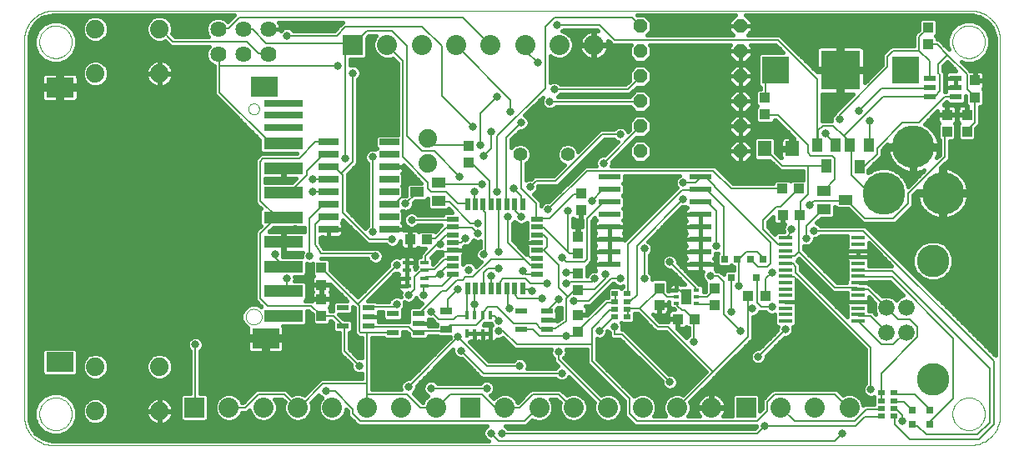
<source format=gtl>
G75*
%MOIN*%
%OFA0B0*%
%FSLAX24Y24*%
%IPPOS*%
%LPD*%
%AMOC8*
5,1,8,0,0,1.08239X$1,22.5*
%
%ADD10C,0.0000*%
%ADD11C,0.0560*%
%ADD12R,0.0394X0.0433*%
%ADD13R,0.0472X0.0315*%
%ADD14R,0.0433X0.0394*%
%ADD15R,0.0800X0.0260*%
%ADD16R,0.0472X0.0217*%
%ADD17R,0.1102X0.0787*%
%ADD18R,0.1575X0.0276*%
%ADD19R,0.1575X0.0472*%
%ADD20R,0.1095X0.1095*%
%ADD21R,0.1560X0.1560*%
%ADD22R,0.0800X0.0800*%
%ADD23C,0.0800*%
%ADD24OC8,0.0560*%
%ADD25C,0.0640*%
%ADD26R,0.0866X0.0236*%
%ADD27C,0.0740*%
%ADD28R,0.0500X0.0220*%
%ADD29R,0.0220X0.0500*%
%ADD30C,0.1700*%
%ADD31R,0.0394X0.0551*%
%ADD32R,0.0480X0.0245*%
%ADD33C,0.0660*%
%ADD34C,0.1300*%
%ADD35R,0.0160X0.0320*%
%ADD36R,0.0320X0.0160*%
%ADD37R,0.0551X0.0630*%
%ADD38R,0.0315X0.0315*%
%ADD39R,0.0551X0.0394*%
%ADD40R,0.0276X0.0276*%
%ADD41R,0.0550X0.0137*%
%ADD42R,0.0256X0.0197*%
%ADD43R,0.0240X0.0140*%
%ADD44R,0.0390X0.0630*%
%ADD45C,0.0080*%
%ADD46C,0.0320*%
%ADD47C,0.0160*%
%ADD48OC8,0.0320*%
D10*
X001555Y000430D02*
X038255Y000430D01*
X038321Y000432D01*
X038387Y000437D01*
X038452Y000447D01*
X038516Y000459D01*
X038580Y000476D01*
X038643Y000496D01*
X038705Y000519D01*
X038765Y000546D01*
X038823Y000577D01*
X038880Y000610D01*
X038935Y000647D01*
X038988Y000686D01*
X039038Y000729D01*
X039086Y000774D01*
X039131Y000822D01*
X039174Y000872D01*
X039213Y000925D01*
X039250Y000980D01*
X039283Y001037D01*
X039314Y001095D01*
X039341Y001155D01*
X039364Y001217D01*
X039384Y001280D01*
X039401Y001344D01*
X039413Y001408D01*
X039423Y001473D01*
X039428Y001539D01*
X039430Y001605D01*
X039430Y016696D01*
X039429Y016695D02*
X039424Y016761D01*
X039415Y016826D01*
X039402Y016890D01*
X039386Y016953D01*
X039366Y017016D01*
X039343Y017077D01*
X039317Y017137D01*
X039287Y017195D01*
X039254Y017252D01*
X039217Y017306D01*
X039178Y017359D01*
X039136Y017409D01*
X039091Y017457D01*
X039044Y017502D01*
X038994Y017544D01*
X038941Y017584D01*
X038887Y017620D01*
X038831Y017654D01*
X038772Y017684D01*
X038713Y017711D01*
X038652Y017734D01*
X038589Y017755D01*
X038526Y017771D01*
X038462Y017784D01*
X038397Y017793D01*
X038331Y017799D01*
X038266Y017801D01*
X038201Y017799D01*
X038201Y017800D02*
X001580Y017800D01*
X001513Y017798D01*
X001447Y017792D01*
X001381Y017783D01*
X001316Y017769D01*
X001251Y017752D01*
X001188Y017731D01*
X001126Y017706D01*
X001066Y017678D01*
X001007Y017646D01*
X000950Y017611D01*
X000896Y017573D01*
X000843Y017532D01*
X000794Y017488D01*
X000746Y017440D01*
X000702Y017391D01*
X000661Y017338D01*
X000623Y017284D01*
X000588Y017227D01*
X000556Y017168D01*
X000528Y017108D01*
X000503Y017046D01*
X000482Y016983D01*
X000465Y016918D01*
X000451Y016853D01*
X000442Y016787D01*
X000436Y016721D01*
X000434Y016654D01*
X000434Y001551D01*
X000436Y001486D01*
X000442Y001421D01*
X000451Y001356D01*
X000464Y001292D01*
X000481Y001229D01*
X000502Y001168D01*
X000526Y001107D01*
X000553Y001048D01*
X000584Y000991D01*
X000618Y000935D01*
X000656Y000882D01*
X000696Y000830D01*
X000740Y000782D01*
X000786Y000736D01*
X000834Y000692D01*
X000886Y000652D01*
X000939Y000614D01*
X000994Y000580D01*
X001052Y000549D01*
X001111Y000522D01*
X001172Y000498D01*
X001233Y000477D01*
X001296Y000460D01*
X001360Y000447D01*
X001425Y000438D01*
X001490Y000432D01*
X001555Y000430D01*
X001030Y001680D02*
X001032Y001730D01*
X001038Y001780D01*
X001048Y001830D01*
X001061Y001878D01*
X001078Y001926D01*
X001099Y001972D01*
X001123Y002016D01*
X001151Y002058D01*
X001182Y002098D01*
X001216Y002135D01*
X001253Y002170D01*
X001292Y002201D01*
X001333Y002230D01*
X001377Y002255D01*
X001423Y002277D01*
X001470Y002295D01*
X001518Y002309D01*
X001567Y002320D01*
X001617Y002327D01*
X001667Y002330D01*
X001718Y002329D01*
X001768Y002324D01*
X001818Y002315D01*
X001866Y002303D01*
X001914Y002286D01*
X001960Y002266D01*
X002005Y002243D01*
X002048Y002216D01*
X002088Y002186D01*
X002126Y002153D01*
X002161Y002117D01*
X002194Y002078D01*
X002223Y002037D01*
X002249Y001994D01*
X002272Y001949D01*
X002291Y001902D01*
X002306Y001854D01*
X002318Y001805D01*
X002326Y001755D01*
X002330Y001705D01*
X002330Y001655D01*
X002326Y001605D01*
X002318Y001555D01*
X002306Y001506D01*
X002291Y001458D01*
X002272Y001411D01*
X002249Y001366D01*
X002223Y001323D01*
X002194Y001282D01*
X002161Y001243D01*
X002126Y001207D01*
X002088Y001174D01*
X002048Y001144D01*
X002005Y001117D01*
X001960Y001094D01*
X001914Y001074D01*
X001866Y001057D01*
X001818Y001045D01*
X001768Y001036D01*
X001718Y001031D01*
X001667Y001030D01*
X001617Y001033D01*
X001567Y001040D01*
X001518Y001051D01*
X001470Y001065D01*
X001423Y001083D01*
X001377Y001105D01*
X001333Y001130D01*
X001292Y001159D01*
X001253Y001190D01*
X001216Y001225D01*
X001182Y001262D01*
X001151Y001302D01*
X001123Y001344D01*
X001099Y001388D01*
X001078Y001434D01*
X001061Y001482D01*
X001048Y001530D01*
X001038Y001580D01*
X001032Y001630D01*
X001030Y001680D01*
X009288Y005565D02*
X009290Y005600D01*
X009296Y005635D01*
X009306Y005669D01*
X009319Y005702D01*
X009336Y005733D01*
X009357Y005761D01*
X009380Y005788D01*
X009407Y005811D01*
X009435Y005832D01*
X009466Y005849D01*
X009499Y005862D01*
X009533Y005872D01*
X009568Y005878D01*
X009603Y005880D01*
X009638Y005878D01*
X009673Y005872D01*
X009707Y005862D01*
X009740Y005849D01*
X009771Y005832D01*
X009799Y005811D01*
X009826Y005788D01*
X009849Y005761D01*
X009870Y005733D01*
X009887Y005702D01*
X009900Y005669D01*
X009910Y005635D01*
X009916Y005600D01*
X009918Y005565D01*
X009916Y005530D01*
X009910Y005495D01*
X009900Y005461D01*
X009887Y005428D01*
X009870Y005397D01*
X009849Y005369D01*
X009826Y005342D01*
X009799Y005319D01*
X009771Y005298D01*
X009740Y005281D01*
X009707Y005268D01*
X009673Y005258D01*
X009638Y005252D01*
X009603Y005250D01*
X009568Y005252D01*
X009533Y005258D01*
X009499Y005268D01*
X009466Y005281D01*
X009435Y005298D01*
X009407Y005319D01*
X009380Y005342D01*
X009357Y005369D01*
X009336Y005397D01*
X009319Y005428D01*
X009306Y005461D01*
X009296Y005495D01*
X009290Y005530D01*
X009288Y005565D01*
X009386Y013872D02*
X009388Y013901D01*
X009394Y013929D01*
X009403Y013957D01*
X009416Y013983D01*
X009433Y014006D01*
X009452Y014028D01*
X009474Y014047D01*
X009499Y014062D01*
X009525Y014075D01*
X009553Y014083D01*
X009581Y014088D01*
X009610Y014089D01*
X009639Y014086D01*
X009667Y014079D01*
X009694Y014069D01*
X009720Y014055D01*
X009743Y014038D01*
X009764Y014018D01*
X009782Y013995D01*
X009797Y013970D01*
X009808Y013943D01*
X009816Y013915D01*
X009820Y013886D01*
X009820Y013858D01*
X009816Y013829D01*
X009808Y013801D01*
X009797Y013774D01*
X009782Y013749D01*
X009764Y013726D01*
X009743Y013706D01*
X009720Y013689D01*
X009694Y013675D01*
X009667Y013665D01*
X009639Y013658D01*
X009610Y013655D01*
X009581Y013656D01*
X009553Y013661D01*
X009525Y013669D01*
X009499Y013682D01*
X009474Y013697D01*
X009452Y013716D01*
X009433Y013738D01*
X009416Y013761D01*
X009403Y013787D01*
X009394Y013815D01*
X009388Y013843D01*
X009386Y013872D01*
X001030Y016555D02*
X001032Y016605D01*
X001038Y016655D01*
X001048Y016705D01*
X001061Y016753D01*
X001078Y016801D01*
X001099Y016847D01*
X001123Y016891D01*
X001151Y016933D01*
X001182Y016973D01*
X001216Y017010D01*
X001253Y017045D01*
X001292Y017076D01*
X001333Y017105D01*
X001377Y017130D01*
X001423Y017152D01*
X001470Y017170D01*
X001518Y017184D01*
X001567Y017195D01*
X001617Y017202D01*
X001667Y017205D01*
X001718Y017204D01*
X001768Y017199D01*
X001818Y017190D01*
X001866Y017178D01*
X001914Y017161D01*
X001960Y017141D01*
X002005Y017118D01*
X002048Y017091D01*
X002088Y017061D01*
X002126Y017028D01*
X002161Y016992D01*
X002194Y016953D01*
X002223Y016912D01*
X002249Y016869D01*
X002272Y016824D01*
X002291Y016777D01*
X002306Y016729D01*
X002318Y016680D01*
X002326Y016630D01*
X002330Y016580D01*
X002330Y016530D01*
X002326Y016480D01*
X002318Y016430D01*
X002306Y016381D01*
X002291Y016333D01*
X002272Y016286D01*
X002249Y016241D01*
X002223Y016198D01*
X002194Y016157D01*
X002161Y016118D01*
X002126Y016082D01*
X002088Y016049D01*
X002048Y016019D01*
X002005Y015992D01*
X001960Y015969D01*
X001914Y015949D01*
X001866Y015932D01*
X001818Y015920D01*
X001768Y015911D01*
X001718Y015906D01*
X001667Y015905D01*
X001617Y015908D01*
X001567Y015915D01*
X001518Y015926D01*
X001470Y015940D01*
X001423Y015958D01*
X001377Y015980D01*
X001333Y016005D01*
X001292Y016034D01*
X001253Y016065D01*
X001216Y016100D01*
X001182Y016137D01*
X001151Y016177D01*
X001123Y016219D01*
X001099Y016263D01*
X001078Y016309D01*
X001061Y016357D01*
X001048Y016405D01*
X001038Y016455D01*
X001032Y016505D01*
X001030Y016555D01*
X037530Y016555D02*
X037532Y016605D01*
X037538Y016655D01*
X037548Y016705D01*
X037561Y016753D01*
X037578Y016801D01*
X037599Y016847D01*
X037623Y016891D01*
X037651Y016933D01*
X037682Y016973D01*
X037716Y017010D01*
X037753Y017045D01*
X037792Y017076D01*
X037833Y017105D01*
X037877Y017130D01*
X037923Y017152D01*
X037970Y017170D01*
X038018Y017184D01*
X038067Y017195D01*
X038117Y017202D01*
X038167Y017205D01*
X038218Y017204D01*
X038268Y017199D01*
X038318Y017190D01*
X038366Y017178D01*
X038414Y017161D01*
X038460Y017141D01*
X038505Y017118D01*
X038548Y017091D01*
X038588Y017061D01*
X038626Y017028D01*
X038661Y016992D01*
X038694Y016953D01*
X038723Y016912D01*
X038749Y016869D01*
X038772Y016824D01*
X038791Y016777D01*
X038806Y016729D01*
X038818Y016680D01*
X038826Y016630D01*
X038830Y016580D01*
X038830Y016530D01*
X038826Y016480D01*
X038818Y016430D01*
X038806Y016381D01*
X038791Y016333D01*
X038772Y016286D01*
X038749Y016241D01*
X038723Y016198D01*
X038694Y016157D01*
X038661Y016118D01*
X038626Y016082D01*
X038588Y016049D01*
X038548Y016019D01*
X038505Y015992D01*
X038460Y015969D01*
X038414Y015949D01*
X038366Y015932D01*
X038318Y015920D01*
X038268Y015911D01*
X038218Y015906D01*
X038167Y015905D01*
X038117Y015908D01*
X038067Y015915D01*
X038018Y015926D01*
X037970Y015940D01*
X037923Y015958D01*
X037877Y015980D01*
X037833Y016005D01*
X037792Y016034D01*
X037753Y016065D01*
X037716Y016100D01*
X037682Y016137D01*
X037651Y016177D01*
X037623Y016219D01*
X037599Y016263D01*
X037578Y016309D01*
X037561Y016357D01*
X037548Y016405D01*
X037538Y016455D01*
X037532Y016505D01*
X037530Y016555D01*
X037530Y001680D02*
X037532Y001730D01*
X037538Y001780D01*
X037548Y001830D01*
X037561Y001878D01*
X037578Y001926D01*
X037599Y001972D01*
X037623Y002016D01*
X037651Y002058D01*
X037682Y002098D01*
X037716Y002135D01*
X037753Y002170D01*
X037792Y002201D01*
X037833Y002230D01*
X037877Y002255D01*
X037923Y002277D01*
X037970Y002295D01*
X038018Y002309D01*
X038067Y002320D01*
X038117Y002327D01*
X038167Y002330D01*
X038218Y002329D01*
X038268Y002324D01*
X038318Y002315D01*
X038366Y002303D01*
X038414Y002286D01*
X038460Y002266D01*
X038505Y002243D01*
X038548Y002216D01*
X038588Y002186D01*
X038626Y002153D01*
X038661Y002117D01*
X038694Y002078D01*
X038723Y002037D01*
X038749Y001994D01*
X038772Y001949D01*
X038791Y001902D01*
X038806Y001854D01*
X038818Y001805D01*
X038826Y001755D01*
X038830Y001705D01*
X038830Y001655D01*
X038826Y001605D01*
X038818Y001555D01*
X038806Y001506D01*
X038791Y001458D01*
X038772Y001411D01*
X038749Y001366D01*
X038723Y001323D01*
X038694Y001282D01*
X038661Y001243D01*
X038626Y001207D01*
X038588Y001174D01*
X038548Y001144D01*
X038505Y001117D01*
X038460Y001094D01*
X038414Y001074D01*
X038366Y001057D01*
X038318Y001045D01*
X038268Y001036D01*
X038218Y001031D01*
X038167Y001030D01*
X038117Y001033D01*
X038067Y001040D01*
X038018Y001051D01*
X037970Y001065D01*
X037923Y001083D01*
X037877Y001105D01*
X037833Y001130D01*
X037792Y001159D01*
X037753Y001190D01*
X037716Y001225D01*
X037682Y001262D01*
X037651Y001302D01*
X037623Y001344D01*
X037599Y001388D01*
X037578Y001434D01*
X037561Y001482D01*
X037548Y001530D01*
X037538Y001580D01*
X037532Y001630D01*
X037530Y001680D01*
D11*
X022150Y012055D03*
X020250Y012055D03*
D12*
X022680Y010500D03*
X022680Y009830D03*
X022560Y008765D03*
X022560Y008095D03*
X025810Y006705D03*
X025810Y006035D03*
X028030Y006035D03*
X028030Y006705D03*
X029375Y006400D03*
X030045Y006400D03*
X022555Y005640D03*
X022555Y004970D03*
X012305Y005595D03*
X012305Y006265D03*
X012305Y006845D03*
X012305Y007515D03*
X037315Y012970D03*
X038115Y012970D03*
X038115Y013640D03*
X037315Y013640D03*
X038430Y014345D03*
X038430Y015015D03*
D13*
X017305Y005784D03*
X017305Y005076D03*
D14*
X022555Y006635D03*
X022555Y007305D03*
X026555Y005470D03*
X027225Y005470D03*
X030756Y009635D03*
X031425Y009635D03*
X031390Y010680D03*
X030720Y010680D03*
X030036Y013646D03*
X030036Y014315D03*
X036555Y016470D03*
X036555Y017140D03*
X018180Y012390D03*
X018180Y011720D03*
X016515Y008655D03*
X015845Y008655D03*
D15*
X015015Y009055D03*
X015015Y009555D03*
X015015Y010055D03*
X015015Y010555D03*
X015015Y011055D03*
X015015Y011555D03*
X015015Y012055D03*
X015015Y012555D03*
X012595Y012555D03*
X012595Y012055D03*
X012595Y011555D03*
X012595Y011055D03*
X012595Y010555D03*
X012595Y010055D03*
X012595Y009555D03*
X012595Y009055D03*
D16*
X013168Y005929D03*
X014192Y005929D03*
X014192Y005555D03*
X014192Y005181D03*
X013168Y005181D03*
X015168Y004931D03*
X016192Y004931D03*
X016192Y005305D03*
X016192Y005679D03*
X015168Y005679D03*
X020293Y005804D03*
X021317Y005804D03*
X021317Y005430D03*
X021317Y005056D03*
X020293Y005056D03*
D17*
X010076Y004699D03*
X001847Y003754D03*
X001847Y014738D03*
X010036Y014777D03*
D18*
X010784Y014108D03*
X010784Y013636D03*
X010784Y013124D03*
D19*
X010784Y012494D03*
X010784Y011510D03*
X010784Y010525D03*
X010784Y009541D03*
X010784Y008557D03*
X010784Y007573D03*
X010784Y006588D03*
X010784Y005604D03*
D20*
X030455Y015430D03*
X035655Y015430D03*
D21*
X033055Y015430D03*
D22*
X013555Y016430D03*
X018254Y001930D03*
X029277Y001930D03*
X007230Y001930D03*
D23*
X008608Y001930D03*
X009986Y001930D03*
X011364Y001930D03*
X012742Y001930D03*
X014120Y001930D03*
X015498Y001930D03*
X016876Y001930D03*
X019632Y001930D03*
X021010Y001930D03*
X022387Y001930D03*
X023765Y001930D03*
X025143Y001930D03*
X026521Y001930D03*
X027899Y001930D03*
X030655Y001930D03*
X032033Y001930D03*
X033411Y001930D03*
X023201Y016430D03*
X021823Y016430D03*
X020445Y016430D03*
X019067Y016430D03*
X017689Y016430D03*
X016311Y016430D03*
X014933Y016430D03*
D24*
X025055Y016180D03*
X025055Y015180D03*
X025055Y014180D03*
X025055Y013180D03*
X025055Y012180D03*
X029055Y012180D03*
X029055Y013180D03*
X029055Y014180D03*
X029055Y015180D03*
X029055Y016180D03*
X029055Y017180D03*
X025055Y017180D03*
D25*
X010180Y017055D03*
X009180Y017055D03*
X008180Y017055D03*
X008180Y016055D03*
X009180Y016055D03*
X010180Y016055D03*
D26*
X023829Y011160D03*
X023829Y010660D03*
X023829Y010160D03*
X023829Y009660D03*
X023829Y009160D03*
X023829Y008660D03*
X023829Y008160D03*
X023829Y007660D03*
X027451Y007660D03*
X027451Y008160D03*
X027451Y008660D03*
X027451Y009160D03*
X027451Y009660D03*
X027451Y010160D03*
X027451Y010660D03*
X027451Y011160D03*
D27*
X016555Y011680D03*
X016555Y012680D03*
X005835Y015290D03*
X003275Y015290D03*
X003275Y017070D03*
X005835Y017070D03*
X005835Y003570D03*
X003275Y003570D03*
X003275Y001790D03*
X005835Y001790D03*
D28*
X017555Y007268D03*
X017555Y007583D03*
X017555Y007898D03*
X017555Y008213D03*
X017555Y008527D03*
X017555Y008842D03*
X017555Y009157D03*
X017555Y009472D03*
X020935Y009472D03*
X020935Y009157D03*
X020935Y008842D03*
X020935Y008527D03*
X020935Y008213D03*
X020935Y007898D03*
X020935Y007583D03*
X020935Y007268D03*
D29*
X020347Y006680D03*
X020032Y006680D03*
X019717Y006680D03*
X019402Y006680D03*
X019088Y006680D03*
X018773Y006680D03*
X018458Y006680D03*
X018143Y006680D03*
X018143Y010060D03*
X018458Y010060D03*
X018773Y010060D03*
X019088Y010060D03*
X019402Y010060D03*
X019717Y010060D03*
X020032Y010060D03*
X020347Y010060D03*
D30*
X034781Y010505D03*
X037143Y010505D03*
X035962Y012355D03*
D31*
X034184Y012435D03*
X033436Y012435D03*
X032861Y012445D03*
X032113Y012445D03*
X032487Y011579D03*
X033810Y011569D03*
D32*
X036639Y014357D03*
X036639Y014731D03*
X036639Y015105D03*
X037670Y015105D03*
X037670Y014731D03*
X037670Y014357D03*
D33*
X035680Y005922D03*
X034900Y005922D03*
X034900Y004938D03*
X035680Y004938D03*
D34*
X036750Y003060D03*
X036750Y007800D03*
D35*
X019067Y005613D03*
X018752Y005613D03*
X018437Y005613D03*
X018122Y005613D03*
X018122Y004904D03*
X018437Y004904D03*
X018752Y004904D03*
X019067Y004904D03*
D36*
X016424Y006786D03*
X016424Y007101D03*
X016424Y007416D03*
X016424Y007731D03*
X015715Y007731D03*
X015715Y007416D03*
X015715Y007101D03*
X015715Y006786D03*
D37*
X030026Y012281D03*
X031129Y012281D03*
D38*
X035933Y001841D03*
X036625Y001841D03*
X036625Y001251D03*
X035933Y001251D03*
D39*
X032400Y009864D03*
X033267Y010238D03*
X032400Y010612D03*
X016988Y010929D03*
X016122Y010555D03*
X016988Y010181D03*
D40*
X028423Y007868D03*
X028935Y007868D03*
X029450Y007873D03*
X029961Y007873D03*
X029706Y007145D03*
X028679Y007140D03*
D41*
X030866Y007183D03*
X030866Y007439D03*
X030866Y007695D03*
X030866Y007951D03*
X030866Y008207D03*
X030866Y008462D03*
X030866Y008718D03*
X033744Y008718D03*
X033744Y008462D03*
X033744Y008207D03*
X033744Y007951D03*
X033744Y007695D03*
X033744Y007439D03*
X033744Y007183D03*
X033744Y006927D03*
X033744Y006671D03*
X033744Y006415D03*
X033744Y006159D03*
X033744Y005903D03*
X033744Y005648D03*
X033744Y005392D03*
X030866Y005392D03*
X030866Y005648D03*
X030866Y005903D03*
X030866Y006159D03*
X030866Y006415D03*
X030866Y006671D03*
X030866Y006927D03*
D42*
X024531Y006492D03*
X024039Y006492D03*
X024039Y006177D03*
X024039Y005863D03*
X024531Y005863D03*
X024531Y006177D03*
X024531Y005548D03*
X024039Y005548D03*
X034684Y002527D03*
X034684Y002212D03*
X035176Y002212D03*
X035176Y002527D03*
X035176Y001898D03*
X034684Y001898D03*
X034684Y001583D03*
X035176Y001583D03*
D43*
X027300Y006110D03*
X027300Y006370D03*
X027300Y006630D03*
X026480Y006630D03*
X026480Y006370D03*
X026480Y006110D03*
D44*
X026890Y006370D03*
D45*
X026630Y006630D01*
X026480Y006630D01*
X026110Y006370D02*
X025810Y006670D01*
X025810Y006705D01*
X025810Y006670D02*
X025030Y005890D01*
X025750Y005170D01*
X026170Y005170D01*
X027970Y003370D01*
X029350Y004750D01*
X029350Y005890D01*
X029530Y005890D01*
X029350Y005890D02*
X029350Y006370D01*
X029375Y006400D01*
X030045Y006400D02*
X030070Y006430D01*
X030070Y007090D01*
X030310Y007330D01*
X030130Y007570D02*
X030250Y007690D01*
X030250Y008530D01*
X028030Y010750D01*
X028030Y010810D01*
X027730Y011110D01*
X027490Y011110D01*
X027451Y011160D01*
X027430Y011110D01*
X027250Y010930D01*
X026770Y010930D01*
X026710Y010630D02*
X027430Y010630D01*
X027451Y010660D01*
X027490Y010630D01*
X027730Y010630D01*
X028390Y009970D01*
X028390Y007870D01*
X028423Y007868D01*
X028935Y007868D02*
X028990Y007810D01*
X028990Y006790D01*
X028690Y007090D02*
X028679Y007140D01*
X028690Y007090D02*
X028690Y005770D01*
X028390Y005650D02*
X029050Y004990D01*
X028390Y005650D02*
X028390Y006970D01*
X028150Y007210D01*
X027850Y007210D01*
X028030Y006705D02*
X028030Y006670D01*
X027730Y006370D01*
X027300Y006370D01*
X027300Y006110D02*
X027310Y006070D01*
X028030Y006070D01*
X028030Y006035D01*
X027300Y006630D02*
X027250Y006670D01*
X027250Y006730D01*
X026230Y007750D01*
X025210Y008290D02*
X025210Y007090D01*
X024250Y007090D02*
X023890Y007090D01*
X022990Y006190D01*
X022390Y006190D01*
X022150Y006370D02*
X021790Y006730D01*
X021790Y007630D01*
X021190Y008230D01*
X021310Y008350D01*
X021310Y008710D01*
X021190Y008830D01*
X020950Y008830D01*
X020935Y008842D01*
X020410Y008890D02*
X020370Y008890D01*
X020410Y008890D02*
X020410Y008170D01*
X020650Y007930D01*
X020890Y007930D01*
X020935Y007898D01*
X020650Y007630D02*
X020410Y007870D01*
X019090Y007870D01*
X018370Y007150D01*
X018070Y007150D01*
X017950Y007030D01*
X017710Y007030D01*
X017290Y006610D01*
X017110Y006610D01*
X016210Y005710D01*
X016192Y005679D01*
X016690Y005770D02*
X016990Y005470D01*
X017590Y005470D01*
X017710Y005590D01*
X018070Y005590D01*
X018122Y005613D01*
X018130Y005650D01*
X018130Y006670D01*
X018143Y006680D01*
X018430Y006670D02*
X018458Y006680D01*
X018430Y006670D02*
X018430Y006070D01*
X018430Y005650D01*
X018437Y005613D01*
X018730Y005590D02*
X018752Y005613D01*
X018790Y005650D01*
X018790Y005770D01*
X018970Y005950D01*
X019330Y005950D01*
X019990Y005290D01*
X020890Y005290D01*
X021070Y005110D01*
X021310Y005110D01*
X021317Y005056D01*
X021370Y005110D01*
X021675Y005110D01*
X022090Y005400D01*
X022090Y006310D01*
X022150Y006370D01*
X022390Y006610D01*
X022510Y006610D01*
X022555Y006635D01*
X022570Y006670D01*
X023230Y006670D01*
X023650Y007090D01*
X023650Y007270D01*
X023230Y007090D02*
X023110Y006970D01*
X022270Y006970D01*
X022210Y006910D01*
X022090Y006910D01*
X021310Y006910D02*
X020650Y006910D01*
X020470Y007090D01*
X019570Y007090D01*
X019450Y006970D01*
X019450Y006730D01*
X019402Y006680D01*
X019088Y006680D02*
X019090Y006730D01*
X019090Y007210D01*
X018970Y007510D02*
X018790Y007330D01*
X018790Y006730D01*
X018773Y006680D01*
X019717Y006680D02*
X019750Y006670D01*
X019750Y005950D01*
X019810Y005890D01*
X020170Y006310D02*
X021115Y006310D01*
X020710Y006610D02*
X020650Y006670D01*
X020350Y006670D01*
X020347Y006680D01*
X020050Y006670D02*
X020032Y006680D01*
X020050Y006670D02*
X020050Y006430D01*
X020170Y006310D01*
X021317Y005804D02*
X021370Y005830D01*
X021790Y006250D01*
X020935Y007268D02*
X020890Y007270D01*
X020470Y007270D01*
X020350Y007390D01*
X020650Y007630D02*
X020890Y007630D01*
X020935Y007583D01*
X020410Y007870D02*
X019750Y008530D01*
X019750Y009550D01*
X020050Y009790D02*
X020050Y010030D01*
X020032Y010060D01*
X020290Y010090D02*
X020347Y010060D01*
X020290Y010090D02*
X020290Y010390D01*
X019990Y010690D01*
X020290Y010690D02*
X020890Y010090D01*
X020890Y009490D01*
X020935Y009472D01*
X020950Y009490D01*
X021430Y009490D01*
X022390Y010450D01*
X022630Y010450D01*
X022680Y010500D01*
X023110Y010210D02*
X023530Y010630D01*
X023770Y010630D01*
X023829Y010660D01*
X023829Y010160D02*
X023770Y010150D01*
X023590Y010150D01*
X022930Y009490D01*
X022930Y007870D01*
X022810Y007750D01*
X022090Y007750D01*
X021910Y007930D01*
X022150Y008170D02*
X022150Y009790D01*
X021370Y009850D02*
X022930Y011410D01*
X027970Y011410D01*
X028690Y010690D01*
X030670Y010690D01*
X030720Y010680D01*
X031330Y010630D02*
X031390Y010680D01*
X031330Y010630D02*
X030670Y009970D01*
X030490Y009970D01*
X029950Y009430D01*
X029950Y009070D01*
X030550Y008470D01*
X030850Y008470D01*
X030866Y008462D01*
X030866Y008718D02*
X030910Y008770D01*
X031090Y008950D01*
X031090Y009070D01*
X030730Y009258D02*
X030730Y009310D01*
X030737Y009610D02*
X030670Y009610D01*
X030756Y009635D01*
X030790Y009670D01*
X030737Y009616D01*
X030260Y009300D02*
X030130Y009370D01*
X030150Y009347D01*
X030479Y008901D02*
X030490Y008890D01*
X031690Y008710D02*
X031690Y009190D01*
X032350Y009850D01*
X032400Y009864D01*
X031990Y010210D02*
X033250Y010210D01*
X033267Y010238D01*
X033310Y010210D01*
X034030Y009490D01*
X035170Y009490D01*
X035770Y010090D01*
X035770Y010510D01*
X037210Y011950D01*
X037210Y012970D01*
X037315Y012970D01*
X038110Y013030D02*
X038115Y012970D01*
X038110Y013030D02*
X038410Y013330D01*
X038410Y014290D01*
X038430Y014345D01*
X038410Y014350D01*
X038110Y014650D01*
X038110Y015250D01*
X037330Y016030D01*
X036970Y015670D01*
X036970Y015310D01*
X037030Y015250D01*
X037030Y014590D01*
X036850Y014410D01*
X036670Y014410D01*
X036639Y014357D01*
X036610Y014350D01*
X034750Y014350D01*
X033190Y012790D01*
X032770Y013210D01*
X032350Y013210D01*
X032170Y013030D01*
X032170Y012490D01*
X032113Y012445D01*
X032110Y012490D01*
X032110Y015070D01*
X030550Y016630D01*
X024010Y016630D01*
X023410Y017230D01*
X021730Y017230D01*
X021610Y017530D02*
X021250Y017170D01*
X021250Y014710D01*
X019330Y012790D01*
X019330Y010570D01*
X019402Y010060D02*
X019390Y010048D01*
X019390Y008170D01*
X018850Y008110D02*
X018850Y009730D01*
X018790Y009790D01*
X018790Y010043D01*
X018773Y010060D01*
X018790Y009905D01*
X019030Y010090D02*
X019088Y010060D01*
X019030Y010090D02*
X019030Y010990D01*
X018310Y011710D01*
X018190Y011710D01*
X018180Y011720D01*
X018790Y012010D02*
X019090Y012310D01*
X019090Y012970D01*
X018370Y013150D02*
X017110Y014410D01*
X017110Y016390D01*
X016330Y017170D01*
X013270Y017170D01*
X012910Y016810D01*
X010930Y016810D01*
X010090Y016510D02*
X013630Y016510D01*
X013555Y016430D01*
X013510Y016390D01*
X013270Y016150D01*
X013270Y011890D01*
X013570Y011770D02*
X013570Y015310D01*
X012970Y015610D02*
X008230Y015610D01*
X008230Y016030D01*
X008180Y016055D01*
X009310Y016570D02*
X006370Y016570D01*
X005890Y017050D01*
X005835Y017070D01*
X008180Y017055D02*
X008230Y017110D01*
X008590Y017110D01*
X009010Y017530D01*
X017950Y017530D01*
X019030Y016450D01*
X019067Y016430D01*
X017710Y016390D02*
X017689Y016430D01*
X017710Y016390D02*
X019870Y014230D01*
X019870Y013750D01*
X020290Y013330D02*
X019690Y012730D01*
X019690Y010090D01*
X019717Y010060D01*
X019402Y010060D02*
X019390Y010030D01*
X019390Y009790D01*
X020050Y009790D02*
X020290Y009550D01*
X020935Y009157D02*
X020950Y009130D01*
X021190Y009130D01*
X022150Y008170D01*
X022210Y008110D01*
X022510Y008110D01*
X022560Y008095D01*
X021190Y008230D02*
X020950Y008230D01*
X020935Y008213D01*
X019390Y007510D02*
X018970Y007510D01*
X018790Y008050D02*
X018850Y008110D01*
X018070Y008710D02*
X017890Y008530D01*
X017590Y008530D01*
X017555Y008527D01*
X017555Y008213D02*
X017512Y008170D01*
X017230Y008170D01*
X017125Y008065D01*
X016980Y008065D01*
X017230Y007870D02*
X017530Y007870D01*
X017555Y007898D01*
X017230Y007870D02*
X016810Y007450D01*
X016450Y007450D01*
X016424Y007416D01*
X016390Y007390D01*
X016270Y007390D01*
X016030Y007150D01*
X016030Y006670D01*
X015790Y006430D01*
X015310Y006070D02*
X015190Y005950D01*
X014230Y005950D01*
X014192Y005929D01*
X013810Y006010D02*
X013750Y006070D01*
X015310Y007630D01*
X014470Y007990D02*
X014350Y008110D01*
X012310Y008110D01*
X012295Y008105D01*
X012070Y008455D01*
X012070Y009250D01*
X012370Y009550D01*
X012550Y009550D01*
X012595Y009555D01*
X012370Y010030D02*
X011830Y009490D01*
X011830Y007990D01*
X012305Y007515D02*
X012310Y007510D01*
X013750Y006070D01*
X013810Y006010D02*
X013810Y004990D01*
X013870Y004930D01*
X014110Y004930D01*
X014110Y002890D01*
X012370Y002890D01*
X011410Y001930D01*
X011364Y001930D01*
X011350Y001930D01*
X010810Y002470D01*
X009790Y002470D01*
X009250Y001930D01*
X008608Y001930D01*
X007270Y001930D02*
X007230Y001930D01*
X007270Y001930D02*
X007270Y004450D01*
X009850Y006310D02*
X010150Y006010D01*
X011890Y006010D01*
X012250Y005650D01*
X012305Y005595D01*
X012310Y005590D01*
X012790Y005590D01*
X013150Y005230D01*
X013168Y005181D01*
X013210Y005170D01*
X013210Y004210D01*
X013810Y003610D01*
X014110Y002890D02*
X014110Y002470D01*
X015730Y002470D01*
X016270Y001930D01*
X016876Y001930D01*
X016930Y001930D01*
X017470Y002470D01*
X018730Y002470D01*
X019270Y001930D01*
X019632Y001930D01*
X020230Y001930D01*
X020770Y002470D01*
X021790Y002470D01*
X022330Y001930D01*
X022387Y001930D01*
X021010Y001930D02*
X020950Y001930D01*
X020410Y001390D01*
X013870Y001390D01*
X013570Y001690D01*
X013570Y001870D01*
X012850Y002590D01*
X012490Y002590D01*
X014110Y002470D02*
X014110Y001930D01*
X014120Y001930D01*
X015790Y002770D02*
X017770Y004750D01*
X018910Y003610D01*
X020230Y003610D01*
X018790Y003310D02*
X017890Y004210D01*
X017230Y004990D02*
X016210Y004990D01*
X016192Y004931D01*
X016150Y004990D01*
X015970Y004990D01*
X015790Y005170D01*
X014230Y005170D01*
X014192Y005181D01*
X014110Y004930D02*
X015130Y004930D01*
X015168Y004931D01*
X017230Y004990D02*
X017290Y005050D01*
X017305Y005076D01*
X017350Y005110D01*
X017470Y005230D01*
X018490Y005230D01*
X018730Y005470D01*
X018730Y005590D01*
X019067Y005613D02*
X019090Y005590D01*
X019210Y005590D01*
X019390Y005410D01*
X019390Y004990D02*
X019570Y004990D01*
X020110Y004450D01*
X023110Y004450D01*
X023110Y005110D01*
X023830Y005830D01*
X024010Y005830D01*
X024039Y005863D01*
X024010Y006130D02*
X024039Y006177D01*
X024070Y006190D01*
X024070Y006490D01*
X024039Y006492D01*
X024531Y006492D02*
X024550Y006550D01*
X024550Y008470D01*
X026710Y010630D01*
X026770Y010270D02*
X024910Y008410D01*
X024910Y006430D01*
X024670Y006190D01*
X024550Y006190D01*
X024531Y006177D01*
X024550Y005890D02*
X024531Y005863D01*
X024550Y005830D01*
X024550Y005590D01*
X024531Y005548D01*
X024039Y005548D02*
X024010Y005590D01*
X023410Y004990D01*
X024010Y004870D02*
X024310Y004870D01*
X026230Y002950D01*
X026530Y001930D02*
X027970Y003370D01*
X029770Y003970D02*
X030850Y005050D01*
X030310Y005950D02*
X029890Y005950D01*
X029710Y006130D01*
X029710Y007090D01*
X029706Y007145D01*
X029770Y007570D02*
X030130Y007570D01*
X029770Y007570D02*
X029470Y007870D01*
X029450Y007873D01*
X029290Y008170D02*
X029710Y008170D01*
X029950Y007930D01*
X029961Y007873D01*
X029290Y008170D02*
X028990Y007870D01*
X028935Y007868D01*
X028090Y008410D02*
X028090Y009790D01*
X027730Y010150D01*
X027490Y010150D01*
X027451Y010160D01*
X030070Y012250D02*
X030730Y011590D01*
X031750Y011590D01*
X031750Y010450D01*
X031450Y010150D01*
X031450Y009670D01*
X031425Y009635D01*
X031390Y009610D01*
X031390Y008170D01*
X032830Y006730D01*
X033730Y006730D01*
X033744Y006671D01*
X033790Y006670D01*
X034150Y006670D01*
X034870Y005950D01*
X034900Y005922D01*
X034930Y005890D01*
X035350Y005470D01*
X035830Y005470D01*
X036130Y005170D01*
X036130Y004750D01*
X034690Y003310D01*
X034690Y002530D01*
X034684Y002527D01*
X034690Y002470D01*
X034690Y002230D01*
X034684Y002212D01*
X035176Y002212D02*
X035230Y002170D01*
X035590Y002170D01*
X035890Y001870D01*
X035933Y001841D01*
X036010Y002470D02*
X036610Y001870D01*
X036625Y001841D01*
X035530Y001630D02*
X035530Y001390D01*
X035530Y001630D02*
X035290Y001870D01*
X035230Y001870D01*
X035176Y001898D01*
X034684Y001898D02*
X034630Y001870D01*
X034090Y001870D01*
X033610Y001390D01*
X031210Y001390D01*
X030670Y001930D01*
X030655Y001930D01*
X030130Y001810D02*
X030130Y002170D01*
X030430Y002470D01*
X032830Y002470D01*
X033370Y001930D01*
X033411Y001930D01*
X034030Y001570D02*
X033670Y001210D01*
X030010Y001210D01*
X029710Y000910D01*
X019510Y000910D01*
X019390Y000610D02*
X032830Y000610D01*
X033130Y000910D01*
X034030Y001570D02*
X034630Y001570D01*
X034684Y001583D01*
X035176Y001583D02*
X035230Y001570D01*
X035230Y001270D01*
X035830Y000670D01*
X038590Y000670D01*
X039190Y001270D01*
X039190Y003790D01*
X033970Y009010D01*
X031990Y009010D01*
X031390Y008170D02*
X031210Y007990D01*
X030910Y007990D01*
X030866Y007951D01*
X030866Y007695D02*
X030910Y007690D01*
X031150Y007690D01*
X031270Y007570D01*
X031270Y007330D01*
X034270Y004330D01*
X034270Y002650D01*
X035176Y002527D02*
X035230Y002470D01*
X036010Y002470D01*
X036670Y001390D02*
X037570Y002290D01*
X037570Y004690D01*
X035110Y007150D01*
X033790Y007150D01*
X033744Y007183D01*
X033790Y007390D02*
X033744Y007439D01*
X033790Y007390D02*
X035110Y007390D01*
X039010Y003490D01*
X039010Y001330D01*
X038530Y000850D01*
X036490Y000850D01*
X036130Y001210D01*
X035950Y001210D01*
X035933Y001251D01*
X036625Y001251D02*
X036670Y001270D01*
X036670Y001390D01*
X035170Y004450D02*
X034690Y004450D01*
X033790Y005350D01*
X033744Y005392D01*
X033790Y005590D02*
X033744Y005648D01*
X033790Y005590D02*
X034270Y005590D01*
X034870Y004990D01*
X034900Y004938D01*
X035170Y004450D02*
X035650Y004930D01*
X035680Y004938D01*
X031270Y006250D02*
X031270Y007090D01*
X031210Y007150D01*
X030910Y007150D01*
X030866Y007183D01*
X031270Y006250D02*
X031210Y006190D01*
X030910Y006190D01*
X030866Y006159D01*
X027225Y005470D02*
X027190Y005470D01*
X027190Y004570D01*
X027190Y005470D02*
X026830Y005830D01*
X026710Y005830D01*
X026530Y006010D01*
X026530Y006070D01*
X026480Y006110D01*
X026480Y006370D02*
X026110Y006370D01*
X025030Y005890D02*
X024550Y005890D01*
X024010Y006130D02*
X023710Y006130D01*
X022570Y004990D01*
X022555Y004970D01*
X022510Y004930D01*
X022390Y004810D01*
X022090Y004810D01*
X021010Y004810D01*
X020770Y005050D01*
X020350Y005050D01*
X020293Y005056D01*
X021790Y004150D02*
X021790Y003850D01*
X023710Y001930D01*
X023765Y001930D01*
X024610Y001690D02*
X024610Y002290D01*
X023110Y003790D01*
X023110Y004450D01*
X024010Y004850D02*
X024010Y004870D01*
X024010Y005170D01*
X021910Y003310D02*
X018790Y003310D01*
X018910Y002710D02*
X016690Y002710D01*
X019090Y000910D02*
X019390Y000610D01*
X024610Y001690D02*
X024910Y001390D01*
X029710Y001390D01*
X030130Y001810D01*
X026530Y001930D02*
X026521Y001930D01*
X017350Y005830D02*
X017305Y005784D01*
X017350Y005830D02*
X017350Y006250D01*
X017770Y006670D01*
X017530Y007210D02*
X017110Y006790D01*
X016450Y006790D01*
X016424Y006786D01*
X016390Y006730D01*
X016390Y006430D01*
X016424Y007101D02*
X016450Y007150D01*
X016870Y007150D01*
X017050Y007330D01*
X017050Y007270D01*
X017050Y007330D02*
X017290Y007570D01*
X017530Y007570D01*
X017555Y007583D01*
X017555Y007268D02*
X017530Y007210D01*
X016450Y007750D02*
X016424Y007731D01*
X016450Y007750D02*
X016450Y007990D01*
X016990Y008530D01*
X017050Y008470D01*
X016990Y008530D02*
X017290Y008830D01*
X017530Y008830D01*
X017555Y008842D01*
X017530Y009130D02*
X017290Y009130D01*
X016870Y008710D01*
X016570Y008710D01*
X016515Y008655D01*
X017530Y009130D02*
X017555Y009157D01*
X017590Y009130D01*
X018310Y009130D01*
X018550Y008890D01*
X018550Y009310D02*
X018250Y009310D01*
X017410Y010150D01*
X016990Y010150D01*
X016988Y010181D01*
X016690Y010570D02*
X016570Y010690D01*
X016570Y010930D01*
X015550Y011950D01*
X015550Y015790D01*
X014950Y016390D01*
X014933Y016430D01*
X015130Y016990D02*
X015730Y016390D01*
X015730Y012790D01*
X016330Y012190D01*
X016810Y012190D01*
X017830Y011170D01*
X016988Y010929D02*
X016990Y010870D01*
X018730Y010870D01*
X018430Y010570D02*
X018430Y010090D01*
X018458Y010060D01*
X018145Y010090D02*
X018130Y010090D01*
X018143Y010060D01*
X018130Y010090D02*
X017770Y010090D01*
X017290Y010570D01*
X016690Y010570D01*
X016122Y010555D02*
X016090Y010510D01*
X015670Y010090D01*
X015670Y010510D02*
X015250Y010090D01*
X015070Y010090D01*
X015015Y010055D01*
X015670Y010510D02*
X015670Y011290D01*
X015683Y011303D01*
X015805Y011180D01*
X015683Y011303D02*
X015430Y011555D01*
X015015Y011555D01*
X014350Y011950D02*
X014350Y008950D01*
X014230Y008650D02*
X013150Y009730D01*
X013150Y011230D01*
X013090Y011290D01*
X013570Y011770D01*
X013090Y011290D02*
X012850Y011530D01*
X012610Y011530D01*
X012595Y011555D01*
X012550Y012010D02*
X012595Y012055D01*
X012550Y012010D02*
X012310Y012010D01*
X011710Y011410D01*
X011710Y011230D01*
X011050Y010570D01*
X010810Y010570D01*
X010784Y010525D01*
X009850Y010210D02*
X010510Y009550D01*
X010784Y009541D01*
X010750Y009550D01*
X010510Y009550D01*
X009850Y008890D01*
X009850Y006310D01*
X010784Y006588D02*
X010810Y006610D01*
X010930Y006730D01*
X010930Y007090D01*
X010784Y007573D02*
X010750Y007630D01*
X010450Y007930D01*
X010450Y008050D01*
X014005Y009425D02*
X014005Y010565D01*
X013990Y010580D01*
X013990Y012250D01*
X014185Y012445D01*
X014185Y012485D01*
X014185Y014105D01*
X016555Y012680D02*
X016570Y012670D01*
X016810Y012430D01*
X018130Y012430D01*
X018180Y012390D01*
X018670Y012430D02*
X018670Y013690D01*
X019330Y014350D01*
X021430Y014170D02*
X025030Y014170D01*
X025055Y014180D01*
X024550Y014650D02*
X025030Y015130D01*
X025055Y015180D01*
X024550Y014650D02*
X021610Y014650D01*
X020950Y015730D02*
X020470Y016210D01*
X020470Y016390D01*
X020445Y016430D01*
X021610Y017530D02*
X024730Y017530D01*
X025030Y017230D01*
X025055Y017180D01*
X030070Y015070D02*
X030430Y015430D01*
X030455Y015430D01*
X030070Y015070D02*
X030070Y014350D01*
X030036Y014315D01*
X030036Y013646D02*
X030070Y013630D01*
X030550Y013630D01*
X031750Y012430D01*
X031750Y012130D01*
X031870Y012010D01*
X032710Y012010D01*
X032830Y011890D01*
X032830Y011050D01*
X032410Y010630D01*
X032400Y010612D01*
X031990Y010210D02*
X031810Y010030D01*
X033490Y011230D02*
X034210Y010510D01*
X034750Y010510D01*
X034781Y010505D01*
X033490Y011230D02*
X033490Y012430D01*
X033436Y012435D01*
X033490Y012490D01*
X033190Y012790D01*
X032830Y012490D02*
X032861Y012445D01*
X032830Y012490D02*
X032470Y012850D01*
X032470Y012910D01*
X033010Y013450D02*
X033010Y013630D01*
X034930Y015550D01*
X034930Y015970D01*
X035170Y016210D01*
X036190Y016210D01*
X036610Y015790D01*
X036610Y015130D01*
X036639Y015105D01*
X036639Y014731D02*
X036610Y014710D01*
X034690Y014710D01*
X033790Y013810D01*
X034210Y013390D02*
X034210Y012490D01*
X034184Y012435D01*
X034510Y012310D02*
X034510Y012070D01*
X034030Y011590D01*
X033850Y011590D01*
X033810Y011569D01*
X032487Y011579D02*
X032470Y011590D01*
X031750Y011590D01*
X030070Y012250D02*
X030026Y012281D01*
X034510Y012310D02*
X035530Y013330D01*
X036190Y013330D01*
X037210Y014350D01*
X037630Y014350D01*
X037670Y014357D01*
X037330Y016030D02*
X036910Y016450D01*
X036610Y016450D01*
X036555Y016470D01*
X036190Y016210D02*
X036190Y016750D01*
X036550Y017110D01*
X036555Y017140D01*
X025055Y013180D02*
X025030Y013150D01*
X023590Y011710D01*
X023530Y012850D02*
X021670Y010990D01*
X020890Y010990D01*
X020650Y010750D01*
X020290Y010690D02*
X020290Y012010D01*
X020250Y012055D01*
X023530Y012850D02*
X024250Y012850D01*
X017555Y009472D02*
X017530Y009430D01*
X015910Y009430D01*
X015130Y008650D02*
X014230Y008650D01*
X012595Y010055D02*
X012550Y010030D01*
X012370Y010030D01*
X012550Y010570D02*
X011950Y010570D01*
X012550Y010570D02*
X012595Y010555D01*
X012550Y011050D02*
X011950Y011050D01*
X012550Y011050D02*
X012595Y011055D01*
X011410Y011890D02*
X009970Y011890D01*
X009850Y011770D01*
X009850Y010210D01*
X011410Y011890D02*
X012070Y012550D01*
X012550Y012550D01*
X012595Y012555D01*
X010784Y012494D02*
X010750Y012550D01*
X010210Y012550D01*
X008230Y014530D01*
X008230Y015610D01*
X009310Y016570D02*
X009790Y016090D01*
X010150Y016090D01*
X010180Y016055D01*
X010090Y016510D02*
X009550Y017050D01*
X009190Y017050D01*
X009180Y017055D01*
X013555Y016430D02*
X013570Y016450D01*
X013630Y016510D01*
X014110Y016990D01*
X015130Y016990D01*
X022090Y007330D02*
X022510Y007330D01*
X022555Y007305D01*
D46*
X022090Y007330D03*
X022090Y006910D03*
X021310Y006910D03*
X020710Y006610D03*
X021115Y006310D03*
X021790Y006250D03*
X022390Y006190D03*
X023230Y007090D03*
X023650Y007270D03*
X024250Y007090D03*
X025210Y007090D03*
X026230Y007750D03*
X025210Y008290D03*
X027850Y007210D03*
X028990Y006790D03*
X030310Y007330D03*
X028090Y008410D03*
X031090Y009070D03*
X031690Y008710D03*
X031990Y009010D03*
X031810Y010030D03*
X026770Y010270D03*
X026770Y010930D03*
X023590Y011710D03*
X024250Y012850D03*
X021430Y014170D03*
X021610Y014650D03*
X019870Y013750D03*
X020290Y013330D03*
X019090Y012970D03*
X018370Y013150D03*
X018670Y012430D03*
X018790Y012010D03*
X017830Y011170D03*
X018730Y010870D03*
X018430Y010570D03*
X019330Y010570D03*
X019990Y010690D03*
X020650Y010750D03*
X021370Y009850D03*
X022150Y009790D03*
X023110Y010210D03*
X020290Y009550D03*
X019750Y009550D03*
X018550Y009310D03*
X018550Y008890D03*
X018070Y008710D03*
X018790Y008050D03*
X019390Y008170D03*
X019390Y007510D03*
X019090Y007210D03*
X018195Y007445D03*
X017050Y007270D03*
X017770Y006670D03*
X018430Y006070D03*
X019810Y005890D03*
X019390Y005410D03*
X019390Y004990D03*
X017770Y004750D03*
X017890Y004210D03*
X020230Y003610D03*
X021790Y004150D03*
X022090Y004810D03*
X023410Y004990D03*
X024010Y005170D03*
X027190Y004570D03*
X029050Y004990D03*
X028690Y005770D03*
X029530Y005890D03*
X030310Y005950D03*
X030850Y005050D03*
X029770Y003970D03*
X026230Y002950D03*
X030010Y001210D03*
X033130Y000910D03*
X035530Y001390D03*
X034270Y002650D03*
X021910Y003310D03*
X018910Y002710D03*
X016690Y002710D03*
X015790Y002770D03*
X013810Y003610D03*
X012490Y002590D03*
X007270Y004450D03*
X010930Y007090D03*
X011830Y007990D03*
X010450Y008050D03*
X014350Y008950D03*
X015130Y008650D03*
X014470Y007990D03*
X015310Y007630D03*
X017050Y008470D03*
X015910Y009430D03*
X015670Y010090D03*
X011950Y010570D03*
X011950Y011050D03*
X013270Y011890D03*
X014350Y011950D03*
X019330Y014350D03*
X020950Y015730D03*
X021730Y017230D03*
X013570Y015310D03*
X012970Y015610D03*
X010930Y016810D03*
X021910Y007930D03*
X020350Y007390D03*
X016690Y005770D03*
X015310Y006070D03*
X015790Y006430D03*
X016390Y006430D03*
X019090Y000910D03*
X019510Y000910D03*
X032470Y012910D03*
X033010Y013450D03*
X033790Y013810D03*
X034210Y013390D03*
D47*
X001128Y000713D02*
X000890Y000886D01*
X000717Y001124D01*
X000626Y001404D01*
X000614Y001551D01*
X000614Y016654D01*
X000626Y016805D01*
X000719Y017093D01*
X000897Y017337D01*
X001142Y017515D01*
X001429Y017608D01*
X001580Y017620D01*
X008817Y017620D01*
X008810Y017613D01*
X008555Y017358D01*
X008452Y017462D01*
X008275Y017535D01*
X008085Y017535D01*
X007908Y017462D01*
X007773Y017327D01*
X007700Y017150D01*
X007700Y016960D01*
X007773Y016783D01*
X007786Y016770D01*
X006453Y016770D01*
X006334Y016889D01*
X006365Y016965D01*
X006365Y017175D01*
X006284Y017370D01*
X006135Y017519D01*
X005940Y017600D01*
X005730Y017600D01*
X005535Y017519D01*
X005386Y017370D01*
X005305Y017175D01*
X005305Y016965D01*
X005386Y016770D01*
X005535Y016621D01*
X005730Y016540D01*
X005940Y016540D01*
X006065Y016592D01*
X006170Y016487D01*
X006287Y016370D01*
X007816Y016370D01*
X007773Y016327D01*
X007700Y016150D01*
X007700Y015960D01*
X007773Y015783D01*
X007908Y015648D01*
X008030Y015598D01*
X008030Y014447D01*
X009837Y012640D01*
X009837Y012191D01*
X009931Y012098D01*
X011335Y012098D01*
X011327Y012090D01*
X009887Y012090D01*
X009767Y011970D01*
X009650Y011853D01*
X009650Y010127D01*
X009767Y010010D01*
X009767Y010010D01*
X009885Y009892D01*
X009837Y009844D01*
X009837Y009239D01*
X009876Y009199D01*
X009767Y009090D01*
X009650Y008973D01*
X009650Y006227D01*
X009904Y005973D01*
X009899Y005969D01*
X009884Y005984D01*
X009702Y006060D01*
X009505Y006060D01*
X009323Y005984D01*
X009184Y005845D01*
X009108Y005663D01*
X009108Y005466D01*
X009184Y005284D01*
X009323Y005145D01*
X009349Y005134D01*
X009344Y005116D01*
X009344Y004779D01*
X009996Y004779D01*
X009996Y004619D01*
X010156Y004619D01*
X010156Y004779D01*
X010807Y004779D01*
X010807Y005116D01*
X010795Y005162D01*
X010771Y005203D01*
X010766Y005208D01*
X011638Y005208D01*
X011732Y005302D01*
X011732Y005810D01*
X011807Y005810D01*
X011948Y005669D01*
X011948Y005313D01*
X012042Y005219D01*
X012568Y005219D01*
X012662Y005313D01*
X012662Y005390D01*
X012707Y005390D01*
X012772Y005325D01*
X012772Y005006D01*
X012866Y004913D01*
X013010Y004913D01*
X013010Y004127D01*
X013127Y004010D01*
X013490Y003647D01*
X013490Y003546D01*
X013539Y003429D01*
X013629Y003339D01*
X013746Y003290D01*
X013874Y003290D01*
X013910Y003305D01*
X013910Y003090D01*
X012287Y003090D01*
X011625Y002428D01*
X011475Y002490D01*
X011252Y002490D01*
X011125Y002437D01*
X010893Y002670D01*
X009707Y002670D01*
X009590Y002553D01*
X009167Y002130D01*
X009131Y002130D01*
X009083Y002247D01*
X008925Y002405D01*
X008719Y002490D01*
X008497Y002490D01*
X008291Y002405D01*
X008133Y002247D01*
X008048Y002041D01*
X008048Y001819D01*
X008133Y001613D01*
X008291Y001455D01*
X008497Y001370D01*
X008719Y001370D01*
X008925Y001455D01*
X009083Y001613D01*
X009131Y001730D01*
X009333Y001730D01*
X009426Y001823D01*
X009426Y001819D01*
X009511Y001613D01*
X009669Y001455D01*
X009875Y001370D01*
X010097Y001370D01*
X010303Y001455D01*
X010461Y001613D01*
X010546Y001819D01*
X010546Y002041D01*
X010461Y002247D01*
X010438Y002270D01*
X010727Y002270D01*
X010848Y002149D01*
X010804Y002041D01*
X010804Y001819D01*
X010889Y001613D01*
X011047Y001455D01*
X011252Y001370D01*
X011475Y001370D01*
X011681Y001455D01*
X011839Y001613D01*
X011924Y001819D01*
X011924Y002041D01*
X011889Y002126D01*
X012205Y002442D01*
X012219Y002409D01*
X012309Y002319D01*
X012330Y002310D01*
X012267Y002247D01*
X012182Y002041D01*
X012182Y001819D01*
X012267Y001613D01*
X012425Y001455D01*
X012630Y001370D01*
X012853Y001370D01*
X013059Y001455D01*
X013217Y001613D01*
X013302Y001819D01*
X013302Y001855D01*
X013370Y001787D01*
X013370Y001607D01*
X013670Y001307D01*
X013787Y001190D01*
X018930Y001190D01*
X018909Y001181D01*
X018819Y001091D01*
X018770Y000974D01*
X018770Y000846D01*
X018819Y000729D01*
X018909Y000639D01*
X018978Y000610D01*
X001555Y000610D01*
X001408Y000622D01*
X001128Y000713D01*
X001080Y000747D02*
X018811Y000747D01*
X018770Y000906D02*
X002031Y000906D01*
X002161Y000959D02*
X001849Y000830D01*
X001630Y000830D01*
X001511Y000830D01*
X001199Y000959D01*
X001199Y000959D01*
X001199Y000959D01*
X000959Y001199D01*
X000959Y001199D01*
X000830Y001511D01*
X000830Y001849D01*
X000959Y002161D01*
X001199Y002401D01*
X001199Y002401D01*
X001511Y002530D01*
X001849Y002530D01*
X002161Y002401D01*
X002161Y002401D01*
X002401Y002161D01*
X002401Y002161D01*
X002530Y001849D01*
X002530Y001511D01*
X002401Y001199D01*
X002401Y001199D01*
X002161Y000959D01*
X002161Y000959D01*
X002266Y001064D02*
X018807Y001064D01*
X019670Y001190D02*
X020493Y001190D01*
X020739Y001436D01*
X020898Y001370D01*
X021121Y001370D01*
X021327Y001455D01*
X021484Y001613D01*
X021570Y001819D01*
X021570Y002041D01*
X021484Y002247D01*
X021461Y002270D01*
X021707Y002270D01*
X021859Y002118D01*
X021827Y002041D01*
X021827Y001819D01*
X021913Y001613D01*
X022070Y001455D01*
X022276Y001370D01*
X022499Y001370D01*
X022705Y001455D01*
X022862Y001613D01*
X022947Y001819D01*
X022947Y002041D01*
X022862Y002247D01*
X022705Y002405D01*
X022499Y002490D01*
X022276Y002490D01*
X022118Y002425D01*
X021873Y002670D01*
X020687Y002670D01*
X020570Y002553D01*
X020153Y002135D01*
X020106Y002247D01*
X019949Y002405D01*
X019743Y002490D01*
X019520Y002490D01*
X019314Y002405D01*
X019196Y002287D01*
X019058Y002425D01*
X019091Y002439D01*
X019181Y002529D01*
X019230Y002646D01*
X019230Y002774D01*
X019181Y002891D01*
X019091Y002981D01*
X018974Y003030D01*
X018846Y003030D01*
X018729Y002981D01*
X018657Y002910D01*
X016943Y002910D01*
X016871Y002981D01*
X016754Y003030D01*
X016626Y003030D01*
X016509Y002981D01*
X016419Y002891D01*
X016370Y002774D01*
X016370Y002646D01*
X016419Y002529D01*
X016509Y002439D01*
X016575Y002411D01*
X016558Y002405D01*
X016401Y002247D01*
X016353Y002130D01*
X015978Y002505D01*
X016061Y002589D01*
X016110Y002706D01*
X016110Y002807D01*
X017570Y004267D01*
X017570Y004146D01*
X017619Y004029D01*
X017709Y003939D01*
X017826Y003890D01*
X017927Y003890D01*
X018707Y003110D01*
X021657Y003110D01*
X021729Y003039D01*
X021846Y002990D01*
X021974Y002990D01*
X022091Y003039D01*
X022181Y003129D01*
X022195Y003162D01*
X023238Y002119D01*
X023205Y002041D01*
X023205Y001819D01*
X023291Y001613D01*
X023448Y001455D01*
X023654Y001370D01*
X023877Y001370D01*
X024083Y001455D01*
X024240Y001613D01*
X024325Y001819D01*
X024325Y002041D01*
X024240Y002247D01*
X024083Y002405D01*
X023877Y002490D01*
X023654Y002490D01*
X023498Y002425D01*
X022008Y003915D01*
X022061Y003969D01*
X022110Y004086D01*
X022110Y004214D01*
X022095Y004250D01*
X022910Y004250D01*
X022910Y003707D01*
X024410Y002207D01*
X024410Y001607D01*
X024710Y001307D01*
X024827Y001190D01*
X029690Y001190D01*
X029690Y001173D01*
X029627Y001110D01*
X019763Y001110D01*
X019691Y001181D01*
X019670Y001190D01*
X020525Y001223D02*
X024795Y001223D01*
X024636Y001381D02*
X023903Y001381D01*
X023627Y001381D02*
X022525Y001381D01*
X022250Y001381D02*
X021147Y001381D01*
X020872Y001381D02*
X020684Y001381D01*
X021411Y001540D02*
X021986Y001540D01*
X021877Y001698D02*
X021520Y001698D01*
X021570Y001857D02*
X021827Y001857D01*
X021827Y002015D02*
X021570Y002015D01*
X021515Y002174D02*
X021804Y002174D01*
X022052Y002491D02*
X022867Y002491D01*
X022777Y002332D02*
X023025Y002332D01*
X022893Y002174D02*
X023184Y002174D01*
X023205Y002015D02*
X022947Y002015D01*
X022947Y001857D02*
X023205Y001857D01*
X023255Y001698D02*
X022898Y001698D01*
X022789Y001540D02*
X023364Y001540D01*
X024167Y001540D02*
X024478Y001540D01*
X024410Y001698D02*
X024275Y001698D01*
X024325Y001857D02*
X024410Y001857D01*
X024410Y002015D02*
X024325Y002015D01*
X024271Y002174D02*
X024410Y002174D01*
X024285Y002332D02*
X024155Y002332D01*
X024127Y002491D02*
X023432Y002491D01*
X023274Y002649D02*
X023968Y002649D01*
X023810Y002808D02*
X023115Y002808D01*
X022957Y002966D02*
X023651Y002966D01*
X023493Y003125D02*
X022798Y003125D01*
X022640Y003283D02*
X023334Y003283D01*
X023176Y003442D02*
X022481Y003442D01*
X022323Y003600D02*
X023017Y003600D01*
X022910Y003759D02*
X022164Y003759D01*
X022010Y003917D02*
X022910Y003917D01*
X022910Y004076D02*
X022106Y004076D01*
X022102Y004234D02*
X022910Y004234D01*
X023310Y004234D02*
X024663Y004234D01*
X024505Y004393D02*
X023310Y004393D01*
X023310Y004551D02*
X024346Y004551D01*
X024227Y004670D02*
X025910Y002987D01*
X025910Y002886D01*
X025959Y002769D01*
X026049Y002679D01*
X026166Y002630D01*
X026294Y002630D01*
X026411Y002679D01*
X026501Y002769D01*
X026550Y002886D01*
X026550Y003014D01*
X026501Y003131D01*
X026411Y003221D01*
X026294Y003270D01*
X026193Y003270D01*
X024393Y005070D01*
X024315Y005070D01*
X024330Y005106D01*
X024330Y005234D01*
X024286Y005340D01*
X024337Y005289D01*
X024725Y005289D01*
X024819Y005383D01*
X024819Y005690D01*
X024947Y005690D01*
X025667Y004970D01*
X026087Y004970D01*
X027687Y003370D01*
X026756Y002439D01*
X026633Y002490D01*
X026410Y002490D01*
X026204Y002405D01*
X026047Y002247D01*
X025961Y002041D01*
X025961Y001819D01*
X026047Y001613D01*
X026069Y001590D01*
X025595Y001590D01*
X025618Y001613D01*
X025703Y001819D01*
X025703Y002041D01*
X025618Y002247D01*
X025461Y002405D01*
X025255Y002490D01*
X025032Y002490D01*
X024826Y002405D01*
X024802Y002381D01*
X024693Y002490D01*
X023310Y003873D01*
X023310Y004685D01*
X023346Y004670D01*
X023474Y004670D01*
X023591Y004719D01*
X023681Y004809D01*
X023730Y004926D01*
X023730Y005010D01*
X023739Y004989D01*
X023810Y004917D01*
X023810Y004767D01*
X023927Y004650D01*
X024093Y004650D01*
X024113Y004670D01*
X024227Y004670D01*
X023868Y004710D02*
X023569Y004710D01*
X023706Y004868D02*
X023810Y004868D01*
X024436Y005027D02*
X025611Y005027D01*
X025452Y005185D02*
X024330Y005185D01*
X024780Y005344D02*
X025294Y005344D01*
X025135Y005502D02*
X024819Y005502D01*
X024819Y005661D02*
X024977Y005661D01*
X025555Y005648D02*
X025589Y005639D01*
X025792Y005639D01*
X025792Y006017D01*
X025828Y006017D01*
X025828Y005639D01*
X026031Y005639D01*
X026076Y005651D01*
X026117Y005675D01*
X026151Y005708D01*
X026175Y005749D01*
X026187Y005795D01*
X026187Y006017D01*
X025828Y006017D01*
X025828Y006054D01*
X026187Y006054D01*
X026187Y006170D01*
X026200Y006170D01*
X026200Y005974D01*
X026294Y005880D01*
X026377Y005880D01*
X026410Y005847D01*
X026315Y005847D01*
X026269Y005835D01*
X026228Y005811D01*
X026195Y005777D01*
X026171Y005736D01*
X026159Y005691D01*
X026159Y005488D01*
X026537Y005488D01*
X026537Y005452D01*
X026159Y005452D01*
X026159Y005370D01*
X025833Y005370D01*
X025555Y005648D01*
X025701Y005502D02*
X026159Y005502D01*
X026159Y005661D02*
X026093Y005661D01*
X026187Y005819D02*
X026242Y005819D01*
X026200Y005978D02*
X026187Y005978D01*
X026187Y006136D02*
X026200Y006136D01*
X025828Y005978D02*
X025792Y005978D01*
X025792Y005819D02*
X025828Y005819D01*
X025828Y005661D02*
X025792Y005661D01*
X026537Y005452D02*
X026574Y005452D01*
X026574Y005093D01*
X026796Y005093D01*
X026841Y005105D01*
X026882Y005129D01*
X026904Y005151D01*
X026942Y005113D01*
X026990Y005113D01*
X026990Y004823D01*
X026919Y004751D01*
X026905Y004718D01*
X026530Y005093D01*
X026537Y005093D01*
X026537Y005452D01*
X026537Y005344D02*
X026574Y005344D01*
X026574Y005185D02*
X026537Y005185D01*
X026596Y005027D02*
X026990Y005027D01*
X026990Y004868D02*
X026755Y004868D01*
X026348Y004710D02*
X024753Y004710D01*
X024595Y004868D02*
X026189Y004868D01*
X026506Y004551D02*
X024912Y004551D01*
X025070Y004393D02*
X026665Y004393D01*
X026823Y004234D02*
X025229Y004234D01*
X025387Y004076D02*
X026982Y004076D01*
X027140Y003917D02*
X025546Y003917D01*
X025704Y003759D02*
X027299Y003759D01*
X027457Y003600D02*
X025863Y003600D01*
X026021Y003442D02*
X027616Y003442D01*
X027600Y003283D02*
X026180Y003283D01*
X026504Y003125D02*
X027442Y003125D01*
X027283Y002966D02*
X026550Y002966D01*
X026517Y002808D02*
X027125Y002808D01*
X026966Y002649D02*
X026340Y002649D01*
X026120Y002649D02*
X024534Y002649D01*
X024692Y002491D02*
X026808Y002491D01*
X027215Y002332D02*
X027481Y002332D01*
X027457Y002308D02*
X027403Y002234D01*
X027362Y002153D01*
X027334Y002066D01*
X027319Y001976D01*
X027319Y001968D01*
X027861Y001968D01*
X027861Y001892D01*
X027319Y001892D01*
X027319Y001884D01*
X027334Y001794D01*
X027362Y001707D01*
X027403Y001626D01*
X027429Y001590D01*
X026973Y001590D01*
X026996Y001613D01*
X027081Y001819D01*
X027081Y002041D01*
X027035Y002152D01*
X028053Y003170D01*
X028170Y003287D01*
X029550Y004667D01*
X029550Y005570D01*
X029594Y005570D01*
X029711Y005619D01*
X029801Y005709D01*
X029818Y005750D01*
X030057Y005750D01*
X030129Y005679D01*
X030246Y005630D01*
X030374Y005630D01*
X030431Y005654D01*
X030431Y005257D01*
X030524Y005163D01*
X030550Y005163D01*
X030530Y005114D01*
X030530Y005013D01*
X029807Y004290D01*
X029706Y004290D01*
X029589Y004241D01*
X029499Y004151D01*
X029450Y004034D01*
X029450Y003906D01*
X029499Y003789D01*
X029589Y003699D01*
X029706Y003650D01*
X029834Y003650D01*
X029951Y003699D01*
X030041Y003789D01*
X030090Y003906D01*
X030090Y004007D01*
X030813Y004730D01*
X030914Y004730D01*
X031031Y004779D01*
X031121Y004869D01*
X031170Y004986D01*
X031170Y005114D01*
X031150Y005163D01*
X031207Y005163D01*
X031301Y005257D01*
X031301Y006008D01*
X031308Y006021D01*
X031321Y006067D01*
X031321Y006159D01*
X030866Y006159D01*
X030866Y006159D01*
X031321Y006159D01*
X031321Y006252D01*
X031308Y006297D01*
X031301Y006311D01*
X031301Y007017D01*
X034070Y004247D01*
X034070Y002903D01*
X033999Y002831D01*
X033950Y002714D01*
X033950Y002586D01*
X033999Y002469D01*
X034089Y002379D01*
X034206Y002330D01*
X034334Y002330D01*
X034396Y002356D01*
X034396Y002070D01*
X034007Y002070D01*
X033971Y002034D01*
X033971Y002041D01*
X033886Y002247D01*
X033728Y002405D01*
X033522Y002490D01*
X033300Y002490D01*
X033153Y002429D01*
X032913Y002670D01*
X030347Y002670D01*
X030230Y002553D01*
X029930Y002253D01*
X029930Y001893D01*
X029837Y001800D01*
X029837Y002396D01*
X029744Y002490D01*
X028811Y002490D01*
X028717Y002396D01*
X028717Y001590D01*
X028369Y001590D01*
X028395Y001626D01*
X028437Y001707D01*
X028465Y001794D01*
X028479Y001884D01*
X028479Y001892D01*
X027937Y001892D01*
X027937Y001968D01*
X027861Y001968D01*
X027861Y002510D01*
X027854Y002510D01*
X027763Y002496D01*
X027677Y002468D01*
X027595Y002426D01*
X027521Y002372D01*
X027457Y002308D01*
X027372Y002174D02*
X027056Y002174D01*
X027081Y002015D02*
X027326Y002015D01*
X027324Y001857D02*
X027081Y001857D01*
X027031Y001698D02*
X027367Y001698D01*
X027937Y001968D02*
X027937Y002510D01*
X027945Y002510D01*
X028035Y002496D01*
X028122Y002468D01*
X028203Y002426D01*
X028277Y002372D01*
X028342Y002308D01*
X028395Y002234D01*
X028437Y002153D01*
X028465Y002066D01*
X028479Y001976D01*
X028479Y001968D01*
X027937Y001968D01*
X027937Y002015D02*
X027861Y002015D01*
X027861Y002174D02*
X027937Y002174D01*
X027937Y002332D02*
X027861Y002332D01*
X027861Y002491D02*
X027937Y002491D01*
X028051Y002491D02*
X030168Y002491D01*
X030326Y002649D02*
X027532Y002649D01*
X027690Y002808D02*
X033989Y002808D01*
X033950Y002649D02*
X032934Y002649D01*
X033092Y002491D02*
X033990Y002491D01*
X033801Y002332D02*
X034202Y002332D01*
X034338Y002332D02*
X034396Y002332D01*
X034396Y002174D02*
X033916Y002174D01*
X034070Y002966D02*
X027849Y002966D01*
X028007Y003125D02*
X034070Y003125D01*
X034070Y003283D02*
X028166Y003283D01*
X028324Y003442D02*
X034070Y003442D01*
X034070Y003600D02*
X028483Y003600D01*
X028641Y003759D02*
X029529Y003759D01*
X029450Y003917D02*
X028800Y003917D01*
X028958Y004076D02*
X029467Y004076D01*
X029581Y004234D02*
X029117Y004234D01*
X029275Y004393D02*
X029910Y004393D01*
X030068Y004551D02*
X029434Y004551D01*
X029550Y004710D02*
X030227Y004710D01*
X030385Y004868D02*
X029550Y004868D01*
X029550Y005027D02*
X030530Y005027D01*
X030502Y005185D02*
X029550Y005185D01*
X029550Y005344D02*
X030431Y005344D01*
X030431Y005502D02*
X029550Y005502D01*
X029753Y005661D02*
X030173Y005661D01*
X031301Y005661D02*
X032657Y005661D01*
X032498Y005819D02*
X031301Y005819D01*
X031301Y005978D02*
X032340Y005978D01*
X032181Y006136D02*
X031321Y006136D01*
X031309Y006295D02*
X032023Y006295D01*
X031864Y006453D02*
X031301Y006453D01*
X031301Y006612D02*
X031706Y006612D01*
X031547Y006770D02*
X031301Y006770D01*
X031301Y006929D02*
X031389Y006929D01*
X031796Y007087D02*
X032190Y007087D01*
X032032Y007246D02*
X031637Y007246D01*
X031479Y007404D02*
X031873Y007404D01*
X031715Y007563D02*
X031470Y007563D01*
X031470Y007653D02*
X031350Y007773D01*
X031313Y007810D01*
X031390Y007887D01*
X032747Y006530D01*
X033309Y006530D01*
X033309Y006311D01*
X033302Y006297D01*
X033289Y006252D01*
X033289Y006159D01*
X033289Y006067D01*
X033302Y006021D01*
X033309Y006008D01*
X033309Y005573D01*
X031470Y007413D01*
X031470Y007653D01*
X031402Y007721D02*
X031556Y007721D01*
X031398Y007880D02*
X031382Y007880D01*
X031646Y008197D02*
X033289Y008197D01*
X033289Y008207D02*
X033289Y008114D01*
X033299Y008079D01*
X033289Y008043D01*
X033289Y007951D01*
X033744Y007951D01*
X033744Y007951D01*
X033744Y008199D01*
X033744Y008207D01*
X033744Y008207D01*
X033289Y008207D01*
X033289Y008299D01*
X033302Y008345D01*
X033309Y008358D01*
X033309Y008597D01*
X033309Y008810D01*
X032243Y008810D01*
X032171Y008739D01*
X032054Y008690D01*
X032010Y008690D01*
X032010Y008646D01*
X031961Y008529D01*
X031871Y008439D01*
X031754Y008390D01*
X031626Y008390D01*
X031590Y008405D01*
X031590Y008253D01*
X032913Y006930D01*
X033289Y006930D01*
X033289Y007019D01*
X033302Y007065D01*
X033309Y007078D01*
X033309Y007799D01*
X033302Y007813D01*
X033289Y007858D01*
X033289Y007951D01*
X033744Y007951D01*
X033744Y007951D01*
X033744Y008207D01*
X033289Y008207D01*
X033308Y008355D02*
X031590Y008355D01*
X031805Y008038D02*
X033289Y008038D01*
X033289Y007880D02*
X031963Y007880D01*
X032122Y007721D02*
X033309Y007721D01*
X033309Y007563D02*
X032280Y007563D01*
X032439Y007404D02*
X033309Y007404D01*
X033309Y007246D02*
X032597Y007246D01*
X032756Y007087D02*
X033309Y007087D01*
X033816Y006927D02*
X034199Y006927D01*
X033816Y006927D01*
X033816Y006927D01*
X034199Y006927D02*
X034199Y006950D01*
X035027Y006950D01*
X035558Y006419D01*
X035484Y006395D01*
X035413Y006358D01*
X035348Y006311D01*
X035291Y006254D01*
X035278Y006237D01*
X035178Y006338D01*
X034997Y006412D01*
X034803Y006412D01*
X034723Y006379D01*
X034233Y006870D01*
X034199Y006870D01*
X034199Y006927D01*
X034199Y006929D02*
X035049Y006929D01*
X035207Y006770D02*
X034333Y006770D01*
X034491Y006612D02*
X035366Y006612D01*
X035524Y006453D02*
X034650Y006453D01*
X034243Y006295D02*
X034188Y006295D01*
X034187Y006297D02*
X034179Y006311D01*
X034179Y006358D01*
X034442Y006096D01*
X034410Y006020D01*
X034410Y005825D01*
X034475Y005668D01*
X034353Y005790D01*
X034179Y005790D01*
X034179Y006008D01*
X034187Y006021D01*
X034199Y006067D01*
X034199Y006159D01*
X033744Y006159D01*
X033289Y006159D01*
X033744Y006159D01*
X033744Y006159D01*
X033744Y006159D01*
X034199Y006159D01*
X034199Y006252D01*
X034187Y006297D01*
X034199Y006136D02*
X034401Y006136D01*
X034410Y005978D02*
X034179Y005978D01*
X034179Y005819D02*
X034412Y005819D01*
X035221Y006295D02*
X035331Y006295D01*
X036334Y006929D02*
X039250Y006929D01*
X039250Y007087D02*
X037145Y007087D01*
X037209Y007113D02*
X037437Y007341D01*
X037560Y007639D01*
X037560Y007961D01*
X037437Y008259D01*
X037209Y008487D01*
X036911Y008610D01*
X036589Y008610D01*
X036291Y008487D01*
X036063Y008259D01*
X035940Y007961D01*
X035940Y007639D01*
X036063Y007341D01*
X036291Y007113D01*
X036589Y006990D01*
X036911Y006990D01*
X037209Y007113D01*
X037341Y007246D02*
X039250Y007246D01*
X039250Y007404D02*
X037463Y007404D01*
X037528Y007563D02*
X039250Y007563D01*
X039250Y007721D02*
X037560Y007721D01*
X037560Y007880D02*
X039250Y007880D01*
X039250Y008038D02*
X037528Y008038D01*
X037462Y008197D02*
X039250Y008197D01*
X039250Y008355D02*
X037340Y008355D01*
X037144Y008514D02*
X039250Y008514D01*
X039250Y008672D02*
X034591Y008672D01*
X034749Y008514D02*
X036356Y008514D01*
X036159Y008355D02*
X034908Y008355D01*
X035066Y008197D02*
X036038Y008197D01*
X035972Y008038D02*
X035225Y008038D01*
X035383Y007880D02*
X035940Y007880D01*
X035940Y007721D02*
X035542Y007721D01*
X035700Y007563D02*
X035972Y007563D01*
X036037Y007404D02*
X035859Y007404D01*
X036017Y007246D02*
X036159Y007246D01*
X036176Y007087D02*
X036355Y007087D01*
X036493Y006770D02*
X039250Y006770D01*
X039250Y006612D02*
X036651Y006612D01*
X036810Y006453D02*
X039250Y006453D01*
X039250Y006295D02*
X036968Y006295D01*
X037127Y006136D02*
X039250Y006136D01*
X039250Y005978D02*
X037285Y005978D01*
X037444Y005819D02*
X039250Y005819D01*
X039250Y005661D02*
X037602Y005661D01*
X037761Y005502D02*
X039250Y005502D01*
X039250Y005344D02*
X037919Y005344D01*
X038078Y005185D02*
X039250Y005185D01*
X039250Y005027D02*
X038236Y005027D01*
X038395Y004868D02*
X039250Y004868D01*
X039250Y004710D02*
X038553Y004710D01*
X038712Y004551D02*
X039250Y004551D01*
X039250Y004393D02*
X038870Y004393D01*
X039029Y004234D02*
X039250Y004234D01*
X039250Y004076D02*
X039187Y004076D01*
X039250Y004013D02*
X034170Y009093D01*
X034053Y009210D01*
X032243Y009210D01*
X032171Y009281D01*
X032096Y009313D01*
X032290Y009507D01*
X032742Y009507D01*
X032836Y009601D01*
X032836Y009970D01*
X032925Y009881D01*
X033356Y009881D01*
X033947Y009290D01*
X035253Y009290D01*
X035370Y009407D01*
X035970Y010007D01*
X035970Y010427D01*
X036128Y010585D01*
X037063Y010585D01*
X037063Y011520D01*
X037410Y011867D01*
X037410Y012594D01*
X037578Y012594D01*
X037672Y012688D01*
X037672Y013253D01*
X037634Y013291D01*
X037656Y013313D01*
X037680Y013354D01*
X037692Y013399D01*
X037692Y013621D01*
X037333Y013621D01*
X037333Y013658D01*
X037297Y013658D01*
X037297Y014036D01*
X037179Y014036D01*
X037291Y014148D01*
X037364Y014075D01*
X037977Y014075D01*
X038070Y014168D01*
X038070Y014407D01*
X038073Y014404D01*
X038073Y014063D01*
X038133Y014002D01*
X038133Y013658D01*
X038097Y013658D01*
X038097Y014036D01*
X037894Y014036D01*
X037849Y014024D01*
X037808Y014000D01*
X037774Y013967D01*
X037750Y013926D01*
X037738Y013880D01*
X037738Y013658D01*
X038097Y013658D01*
X038097Y013621D01*
X037738Y013621D01*
X037738Y013399D01*
X037750Y013354D01*
X037774Y013313D01*
X037796Y013291D01*
X037758Y013253D01*
X037758Y012688D01*
X037852Y012594D01*
X038378Y012594D01*
X038472Y012688D01*
X038472Y013109D01*
X038493Y013130D01*
X038610Y013247D01*
X038610Y013969D01*
X038693Y013969D01*
X038787Y014063D01*
X038787Y014628D01*
X038749Y014666D01*
X038771Y014688D01*
X038795Y014729D01*
X038807Y014774D01*
X038807Y014996D01*
X038448Y014996D01*
X038448Y015033D01*
X038412Y015033D01*
X038412Y015411D01*
X038232Y015411D01*
X038193Y015450D01*
X037886Y015757D01*
X038011Y015705D01*
X038349Y015705D01*
X038661Y015834D01*
X038661Y015834D01*
X038901Y016074D01*
X039030Y016386D01*
X039030Y016724D01*
X038901Y017036D01*
X038901Y017036D01*
X038661Y017276D01*
X038349Y017405D01*
X038011Y017405D01*
X037699Y017276D01*
X037459Y017036D01*
X037330Y016724D01*
X037330Y016386D01*
X037382Y016261D01*
X036993Y016650D01*
X036932Y016650D01*
X036932Y016733D01*
X036860Y016805D01*
X036932Y016877D01*
X036932Y017403D01*
X036838Y017496D01*
X036272Y017496D01*
X036178Y017403D01*
X036178Y017021D01*
X036107Y016950D01*
X035990Y016833D01*
X035990Y016410D01*
X035087Y016410D01*
X034970Y016293D01*
X034730Y016053D01*
X034730Y015633D01*
X034015Y014918D01*
X034015Y015350D01*
X033135Y015350D01*
X033135Y015510D01*
X032975Y015510D01*
X032975Y016390D01*
X032251Y016390D01*
X032206Y016378D01*
X032164Y016354D01*
X032131Y016321D01*
X032107Y016279D01*
X032095Y016234D01*
X032095Y015510D01*
X032975Y015510D01*
X032975Y015350D01*
X032113Y015350D01*
X030633Y016830D01*
X029356Y016830D01*
X029515Y016989D01*
X029515Y017180D01*
X029515Y017371D01*
X029265Y017620D01*
X038132Y017620D01*
X038136Y017616D01*
X038206Y017620D01*
X038221Y017620D01*
X038366Y017616D01*
X038664Y017537D01*
X038924Y017369D01*
X039119Y017129D01*
X039230Y016840D01*
X039250Y016688D01*
X039250Y004013D01*
X034070Y004076D02*
X030158Y004076D01*
X030090Y003917D02*
X034070Y003917D01*
X034070Y003759D02*
X030011Y003759D01*
X030317Y004234D02*
X034070Y004234D01*
X033925Y004393D02*
X030475Y004393D01*
X030634Y004551D02*
X033766Y004551D01*
X033608Y004710D02*
X030792Y004710D01*
X031121Y004868D02*
X033449Y004868D01*
X033291Y005027D02*
X031170Y005027D01*
X031229Y005185D02*
X033132Y005185D01*
X032974Y005344D02*
X031301Y005344D01*
X031301Y005502D02*
X032815Y005502D01*
X033064Y005819D02*
X033309Y005819D01*
X033309Y005661D02*
X033222Y005661D01*
X033309Y005978D02*
X032905Y005978D01*
X032747Y006136D02*
X033289Y006136D01*
X033301Y006295D02*
X032588Y006295D01*
X032430Y006453D02*
X033309Y006453D01*
X032666Y006612D02*
X032271Y006612D01*
X032113Y006770D02*
X032507Y006770D01*
X032349Y006929D02*
X031954Y006929D01*
X034179Y007590D02*
X034179Y007799D01*
X034187Y007813D01*
X034199Y007858D01*
X034199Y007951D01*
X034199Y008043D01*
X034190Y008079D01*
X034199Y008114D01*
X034199Y008207D01*
X034199Y008299D01*
X034187Y008345D01*
X034179Y008358D01*
X034179Y008518D01*
X035107Y007590D01*
X034179Y007590D01*
X034179Y007721D02*
X034976Y007721D01*
X034818Y007880D02*
X034199Y007880D01*
X034199Y007951D02*
X033744Y007951D01*
X034199Y007951D01*
X034199Y008038D02*
X034659Y008038D01*
X034501Y008197D02*
X034199Y008197D01*
X034199Y008207D02*
X033744Y008207D01*
X034199Y008207D01*
X034181Y008355D02*
X034342Y008355D01*
X034184Y008514D02*
X034179Y008514D01*
X033744Y008207D02*
X033744Y008207D01*
X033744Y008207D01*
X033744Y008197D02*
X033744Y008197D01*
X033744Y008038D02*
X033744Y008038D01*
X033744Y007951D02*
X033744Y007951D01*
X033309Y008514D02*
X031946Y008514D01*
X032010Y008672D02*
X033309Y008672D01*
X034115Y009148D02*
X039250Y009148D01*
X039250Y009306D02*
X035269Y009306D01*
X035427Y009465D02*
X039250Y009465D01*
X039250Y009623D02*
X037675Y009623D01*
X037642Y009602D02*
X037740Y009664D01*
X037830Y009736D01*
X037912Y009818D01*
X037984Y009908D01*
X038046Y010006D01*
X038096Y010110D01*
X038134Y010219D01*
X038160Y010332D01*
X038170Y010425D01*
X037223Y010425D01*
X037223Y010585D01*
X038170Y010585D01*
X038160Y010678D01*
X038134Y010791D01*
X038096Y010900D01*
X038046Y011004D01*
X037984Y011102D01*
X037912Y011192D01*
X037830Y011274D01*
X037740Y011346D01*
X037642Y011408D01*
X037538Y011458D01*
X037428Y011496D01*
X037316Y011522D01*
X037223Y011533D01*
X037223Y010585D01*
X037063Y010585D01*
X037063Y010425D01*
X037223Y010425D01*
X037223Y009477D01*
X037316Y009488D01*
X037428Y009514D01*
X037538Y009552D01*
X037642Y009602D01*
X037876Y009782D02*
X039250Y009782D01*
X039250Y009940D02*
X038004Y009940D01*
X038090Y010099D02*
X039250Y010099D01*
X039250Y010257D02*
X038143Y010257D01*
X038169Y010416D02*
X039250Y010416D01*
X039250Y010574D02*
X037223Y010574D01*
X037223Y010416D02*
X037063Y010416D01*
X037063Y010425D02*
X037063Y009477D01*
X036970Y009488D01*
X036857Y009514D01*
X036748Y009552D01*
X036644Y009602D01*
X036546Y009664D01*
X036455Y009736D01*
X036374Y009818D01*
X036302Y009908D01*
X036240Y010006D01*
X036190Y010110D01*
X036152Y010219D01*
X036126Y010332D01*
X036115Y010425D01*
X037063Y010425D01*
X037063Y010574D02*
X036117Y010574D01*
X036116Y010416D02*
X035970Y010416D01*
X035970Y010257D02*
X036143Y010257D01*
X036195Y010099D02*
X035970Y010099D01*
X035903Y009940D02*
X036281Y009940D01*
X036410Y009782D02*
X035744Y009782D01*
X035586Y009623D02*
X036611Y009623D01*
X037063Y009623D02*
X037223Y009623D01*
X037223Y009782D02*
X037063Y009782D01*
X037063Y009940D02*
X037223Y009940D01*
X037223Y010099D02*
X037063Y010099D01*
X037063Y010257D02*
X037223Y010257D01*
X037223Y010733D02*
X037063Y010733D01*
X037063Y010891D02*
X037223Y010891D01*
X037223Y011050D02*
X037063Y011050D01*
X037063Y011208D02*
X037223Y011208D01*
X037223Y011367D02*
X037063Y011367D01*
X037068Y011525D02*
X037223Y011525D01*
X037289Y011525D02*
X039250Y011525D01*
X039250Y011367D02*
X037708Y011367D01*
X037896Y011208D02*
X039250Y011208D01*
X039250Y011050D02*
X038017Y011050D01*
X038099Y010891D02*
X039250Y010891D01*
X039250Y010733D02*
X038147Y010733D01*
X036401Y011424D02*
X035754Y010776D01*
X035722Y010895D01*
X035589Y011125D01*
X035401Y011313D01*
X035171Y011446D01*
X034914Y011515D01*
X034648Y011515D01*
X034391Y011446D01*
X034167Y011317D01*
X034167Y011444D01*
X034230Y011507D01*
X034710Y011987D01*
X034710Y012227D01*
X034936Y012453D01*
X034934Y012435D01*
X035882Y012435D01*
X035882Y012275D01*
X036042Y012275D01*
X036042Y011328D01*
X036135Y011338D01*
X036247Y011364D01*
X036357Y011402D01*
X036401Y011424D01*
X036344Y011367D02*
X036254Y011367D01*
X036185Y011208D02*
X035506Y011208D01*
X035633Y011050D02*
X036027Y011050D01*
X035868Y010891D02*
X035723Y010891D01*
X035789Y011338D02*
X035882Y011328D01*
X035882Y012275D01*
X034934Y012275D01*
X034945Y012183D01*
X034970Y012070D01*
X035009Y011961D01*
X035059Y011856D01*
X035120Y011758D01*
X035193Y011668D01*
X035274Y011586D01*
X035365Y011514D01*
X035463Y011452D01*
X035567Y011402D01*
X035676Y011364D01*
X035789Y011338D01*
X035882Y011367D02*
X036042Y011367D01*
X036042Y011525D02*
X035882Y011525D01*
X035882Y011684D02*
X036042Y011684D01*
X036042Y011842D02*
X035882Y011842D01*
X035882Y012001D02*
X036042Y012001D01*
X036042Y012159D02*
X035882Y012159D01*
X035882Y012318D02*
X034800Y012318D01*
X034710Y012159D02*
X034950Y012159D01*
X034995Y012001D02*
X034710Y012001D01*
X034565Y011842D02*
X035068Y011842D01*
X035180Y011684D02*
X034406Y011684D01*
X034248Y011525D02*
X035351Y011525D01*
X035308Y011367D02*
X035669Y011367D01*
X036894Y011916D02*
X036915Y011961D01*
X036953Y012070D01*
X036979Y012183D01*
X036989Y012275D01*
X036042Y012275D01*
X036042Y012435D01*
X036989Y012435D01*
X036979Y012528D01*
X036953Y012641D01*
X036915Y012750D01*
X036865Y012854D01*
X036803Y012952D01*
X036731Y013043D01*
X036649Y013125D01*
X036559Y013197D01*
X036461Y013258D01*
X036421Y013278D01*
X036938Y013795D01*
X036938Y013658D01*
X037297Y013658D01*
X037297Y013621D01*
X036938Y013621D01*
X036938Y013399D01*
X036950Y013354D01*
X036974Y013313D01*
X036996Y013291D01*
X036958Y013253D01*
X036958Y012688D01*
X037010Y012636D01*
X037010Y012033D01*
X036894Y011916D01*
X036929Y012001D02*
X036978Y012001D01*
X036973Y012159D02*
X037010Y012159D01*
X037010Y012318D02*
X036042Y012318D01*
X036985Y012476D02*
X037010Y012476D01*
X037010Y012635D02*
X036955Y012635D01*
X036958Y012793D02*
X036894Y012793D01*
X036958Y012952D02*
X036804Y012952D01*
X036664Y013110D02*
X036958Y013110D01*
X036974Y013269D02*
X036440Y013269D01*
X036570Y013427D02*
X036938Y013427D01*
X036938Y013586D02*
X036728Y013586D01*
X036887Y013744D02*
X036938Y013744D01*
X037297Y013744D02*
X037333Y013744D01*
X037333Y013658D02*
X037333Y014036D01*
X037536Y014036D01*
X037581Y014024D01*
X037622Y014000D01*
X037656Y013967D01*
X037680Y013926D01*
X037692Y013880D01*
X037692Y013658D01*
X037333Y013658D01*
X037692Y013586D02*
X037738Y013586D01*
X037738Y013744D02*
X037692Y013744D01*
X037686Y013903D02*
X037744Y013903D01*
X038097Y013903D02*
X038133Y013903D01*
X038133Y013744D02*
X038097Y013744D01*
X038610Y013744D02*
X039250Y013744D01*
X039250Y013586D02*
X038610Y013586D01*
X038610Y013427D02*
X039250Y013427D01*
X039250Y013269D02*
X038610Y013269D01*
X038473Y013110D02*
X039250Y013110D01*
X039250Y012952D02*
X038472Y012952D01*
X038472Y012793D02*
X039250Y012793D01*
X039250Y012635D02*
X038419Y012635D01*
X037811Y012635D02*
X037619Y012635D01*
X037672Y012793D02*
X037758Y012793D01*
X037758Y012952D02*
X037672Y012952D01*
X037672Y013110D02*
X037758Y013110D01*
X037774Y013269D02*
X037656Y013269D01*
X037692Y013427D02*
X037738Y013427D01*
X037333Y013903D02*
X037297Y013903D01*
X037204Y014061D02*
X038075Y014061D01*
X038070Y014220D02*
X038073Y014220D01*
X038070Y014378D02*
X038073Y014378D01*
X037670Y014731D02*
X037250Y014731D01*
X037250Y014585D01*
X037259Y014550D01*
X037230Y014550D01*
X037230Y014673D01*
X037230Y015333D01*
X037170Y015393D01*
X037170Y015587D01*
X037330Y015747D01*
X037670Y015408D01*
X037406Y015408D01*
X037361Y015395D01*
X037319Y015372D01*
X037286Y015338D01*
X037262Y015297D01*
X037250Y015251D01*
X037250Y015105D01*
X037250Y014959D01*
X037261Y014918D01*
X037250Y014877D01*
X037250Y014731D01*
X037670Y014731D01*
X037670Y014731D01*
X037670Y015034D01*
X037670Y015105D01*
X037670Y015105D01*
X037250Y015105D01*
X037670Y015105D01*
X037670Y015105D01*
X037670Y014731D01*
X037670Y014731D01*
X037670Y014854D02*
X037670Y014854D01*
X037670Y015012D02*
X037670Y015012D01*
X037250Y015012D02*
X037230Y015012D01*
X037230Y014854D02*
X037250Y014854D01*
X037250Y014695D02*
X037230Y014695D01*
X037230Y015171D02*
X037250Y015171D01*
X037230Y015329D02*
X037281Y015329D01*
X037170Y015488D02*
X037590Y015488D01*
X037431Y015646D02*
X037229Y015646D01*
X037997Y015646D02*
X039250Y015646D01*
X039250Y015488D02*
X038155Y015488D01*
X038412Y015329D02*
X038448Y015329D01*
X038448Y015411D02*
X038448Y015033D01*
X038807Y015033D01*
X038807Y015255D01*
X038795Y015301D01*
X038771Y015342D01*
X038737Y015375D01*
X038696Y015399D01*
X038651Y015411D01*
X038448Y015411D01*
X038448Y015171D02*
X038412Y015171D01*
X038448Y015012D02*
X039250Y015012D01*
X039250Y014854D02*
X038807Y014854D01*
X038775Y014695D02*
X039250Y014695D01*
X039250Y014537D02*
X038787Y014537D01*
X038787Y014378D02*
X039250Y014378D01*
X039250Y014220D02*
X038787Y014220D01*
X038785Y014061D02*
X039250Y014061D01*
X039250Y013903D02*
X038610Y013903D01*
X038807Y015171D02*
X039250Y015171D01*
X039250Y015329D02*
X038778Y015329D01*
X038589Y015805D02*
X039250Y015805D01*
X039250Y015963D02*
X038790Y015963D01*
X038901Y016074D02*
X038901Y016074D01*
X038920Y016122D02*
X039250Y016122D01*
X039250Y016280D02*
X038986Y016280D01*
X039030Y016439D02*
X039250Y016439D01*
X039250Y016597D02*
X039030Y016597D01*
X039017Y016756D02*
X039241Y016756D01*
X039201Y016914D02*
X038951Y016914D01*
X038865Y017073D02*
X039140Y017073D01*
X039036Y017231D02*
X038706Y017231D01*
X038661Y017276D02*
X038661Y017276D01*
X038892Y017390D02*
X038386Y017390D01*
X038622Y017548D02*
X029338Y017548D01*
X029496Y017390D02*
X036178Y017390D01*
X036178Y017231D02*
X029515Y017231D01*
X029515Y017180D02*
X029055Y017180D01*
X029055Y017180D01*
X029055Y017180D01*
X028595Y017180D01*
X028595Y017371D01*
X028845Y017620D01*
X024923Y017620D01*
X024923Y017620D01*
X025237Y017620D01*
X025495Y017362D01*
X025495Y016998D01*
X025327Y016830D01*
X028754Y016830D01*
X028595Y016989D01*
X028595Y017180D01*
X029055Y017180D01*
X029515Y017180D01*
X029515Y017073D02*
X036178Y017073D01*
X036071Y016914D02*
X029440Y016914D01*
X029456Y016430D02*
X030467Y016430D01*
X030760Y016137D01*
X029841Y016137D01*
X029748Y016044D01*
X029748Y014816D01*
X029841Y014723D01*
X029870Y014723D01*
X029870Y014672D01*
X029753Y014672D01*
X029660Y014578D01*
X029660Y014052D01*
X029731Y013980D01*
X029660Y013909D01*
X029660Y013382D01*
X029753Y013289D01*
X030319Y013289D01*
X030413Y013382D01*
X030413Y013430D01*
X030467Y013430D01*
X031187Y012711D01*
X031187Y012339D01*
X031071Y012339D01*
X031071Y012224D01*
X030673Y012224D01*
X030673Y011943D01*
X030678Y011925D01*
X030462Y012141D01*
X030462Y012663D01*
X030368Y012756D01*
X029685Y012756D01*
X029591Y012663D01*
X029591Y011900D01*
X029685Y011806D01*
X030231Y011806D01*
X030647Y011390D01*
X031550Y011390D01*
X031550Y011037D01*
X031107Y011037D01*
X031055Y010985D01*
X031003Y011037D01*
X030438Y011037D01*
X030344Y010943D01*
X030344Y010890D01*
X028773Y010890D01*
X028170Y011493D01*
X028053Y011610D01*
X023895Y011610D01*
X023910Y011646D01*
X023910Y011747D01*
X024903Y012740D01*
X025237Y012740D01*
X025495Y012998D01*
X025495Y013362D01*
X025237Y013620D01*
X024873Y013620D01*
X024615Y013362D01*
X024615Y013018D01*
X024553Y012956D01*
X024521Y013031D01*
X024431Y013121D01*
X024314Y013170D01*
X024186Y013170D01*
X024069Y013121D01*
X023997Y013050D01*
X023447Y013050D01*
X022575Y012178D01*
X022523Y012304D01*
X022399Y012428D01*
X022238Y012495D01*
X022062Y012495D01*
X021901Y012428D01*
X021777Y012304D01*
X021710Y012143D01*
X021710Y011967D01*
X021777Y011806D01*
X021901Y011682D01*
X022027Y011630D01*
X021587Y011190D01*
X020807Y011190D01*
X020687Y011070D01*
X020586Y011070D01*
X020490Y011030D01*
X020490Y011678D01*
X020499Y011682D01*
X020623Y011806D01*
X020690Y011967D01*
X020690Y012143D01*
X020623Y012304D01*
X020499Y012428D01*
X020338Y012495D01*
X020162Y012495D01*
X020001Y012428D01*
X019890Y012317D01*
X019890Y012647D01*
X020253Y013010D01*
X020354Y013010D01*
X020471Y013059D01*
X020561Y013149D01*
X020610Y013266D01*
X020610Y013394D01*
X020561Y013511D01*
X020471Y013601D01*
X020438Y013615D01*
X021148Y014325D01*
X021110Y014234D01*
X021110Y014106D01*
X021159Y013989D01*
X021249Y013899D01*
X021366Y013850D01*
X021494Y013850D01*
X021611Y013899D01*
X021683Y013970D01*
X024643Y013970D01*
X024873Y013740D01*
X025237Y013740D01*
X025495Y013998D01*
X025495Y014362D01*
X025237Y014620D01*
X024873Y014620D01*
X024623Y014370D01*
X021770Y014370D01*
X021791Y014379D01*
X021863Y014450D01*
X024633Y014450D01*
X024923Y014740D01*
X025237Y014740D01*
X025495Y014998D01*
X025495Y015362D01*
X025237Y015620D01*
X024873Y015620D01*
X024615Y015362D01*
X024615Y014998D01*
X024467Y014850D01*
X021863Y014850D01*
X021791Y014921D01*
X021674Y014970D01*
X021546Y014970D01*
X021450Y014930D01*
X021450Y016011D01*
X021506Y015955D01*
X021711Y015870D01*
X021934Y015870D01*
X022140Y015955D01*
X022297Y016113D01*
X022383Y016319D01*
X022383Y016541D01*
X022297Y016747D01*
X022140Y016905D01*
X021940Y016988D01*
X021983Y017030D01*
X023327Y017030D01*
X023373Y016984D01*
X023336Y016996D01*
X023246Y017010D01*
X023239Y017010D01*
X023239Y016468D01*
X023781Y016468D01*
X023781Y016476D01*
X023766Y016566D01*
X023754Y016603D01*
X023810Y016547D01*
X023927Y016430D01*
X024683Y016430D01*
X024615Y016362D01*
X024615Y015998D01*
X024873Y015740D01*
X025237Y015740D01*
X025495Y015998D01*
X025495Y016362D01*
X025427Y016430D01*
X028654Y016430D01*
X028595Y016371D01*
X028595Y016180D01*
X029055Y016180D01*
X029515Y016180D01*
X029515Y016371D01*
X029456Y016430D01*
X029515Y016280D02*
X030617Y016280D01*
X031024Y016439D02*
X035990Y016439D01*
X035990Y016597D02*
X030866Y016597D01*
X030707Y016756D02*
X035990Y016756D01*
X036909Y016756D02*
X037343Y016756D01*
X037330Y016597D02*
X037046Y016597D01*
X037204Y016439D02*
X037330Y016439D01*
X037363Y016280D02*
X037374Y016280D01*
X037409Y016914D02*
X036932Y016914D01*
X036932Y017073D02*
X037495Y017073D01*
X037459Y017036D02*
X037459Y017036D01*
X037654Y017231D02*
X036932Y017231D01*
X036932Y017390D02*
X037974Y017390D01*
X038011Y017405D02*
X038011Y017405D01*
X034957Y016280D02*
X034002Y016280D01*
X034003Y016279D02*
X033979Y016321D01*
X033946Y016354D01*
X033904Y016378D01*
X033859Y016390D01*
X033135Y016390D01*
X033135Y015510D01*
X034015Y015510D01*
X034015Y016234D01*
X034003Y016279D01*
X034015Y016122D02*
X034799Y016122D01*
X034730Y015963D02*
X034015Y015963D01*
X034015Y015805D02*
X034730Y015805D01*
X034730Y015646D02*
X034015Y015646D01*
X034015Y015329D02*
X034426Y015329D01*
X034268Y015171D02*
X034015Y015171D01*
X034015Y015012D02*
X034109Y015012D01*
X034585Y015488D02*
X033135Y015488D01*
X033135Y015350D02*
X033135Y014470D01*
X033567Y014470D01*
X032810Y013713D01*
X032810Y013703D01*
X032739Y013631D01*
X032690Y013514D01*
X032690Y013410D01*
X032687Y013410D01*
X032310Y013410D01*
X032310Y014470D01*
X032975Y014470D01*
X032975Y015350D01*
X033135Y015350D01*
X033135Y015329D02*
X032975Y015329D01*
X032975Y015171D02*
X033135Y015171D01*
X033135Y015012D02*
X032975Y015012D01*
X032975Y014854D02*
X033135Y014854D01*
X033135Y014695D02*
X032975Y014695D01*
X032975Y014537D02*
X033135Y014537D01*
X033475Y014378D02*
X032310Y014378D01*
X032310Y014220D02*
X033317Y014220D01*
X033158Y014061D02*
X032310Y014061D01*
X032310Y013903D02*
X033000Y013903D01*
X032841Y013744D02*
X032310Y013744D01*
X032310Y013586D02*
X032720Y013586D01*
X032690Y013427D02*
X032310Y013427D01*
X031104Y012793D02*
X029319Y012793D01*
X029246Y012720D02*
X029515Y012989D01*
X029515Y013180D01*
X029515Y013371D01*
X029246Y013640D01*
X029055Y013640D01*
X029055Y013180D01*
X029515Y013180D01*
X029055Y013180D01*
X029055Y013180D01*
X029055Y013180D01*
X029055Y012720D01*
X029246Y012720D01*
X029246Y012640D02*
X029055Y012640D01*
X029055Y012180D01*
X029515Y012180D01*
X029515Y012371D01*
X029246Y012640D01*
X029251Y012635D02*
X029591Y012635D01*
X029591Y012476D02*
X029410Y012476D01*
X029515Y012318D02*
X029591Y012318D01*
X029515Y012180D02*
X029055Y012180D01*
X029055Y012180D01*
X029055Y012180D01*
X029055Y011720D01*
X029246Y011720D01*
X029515Y011989D01*
X029515Y012180D01*
X029515Y012159D02*
X029591Y012159D01*
X029591Y012001D02*
X029515Y012001D01*
X029649Y011842D02*
X029368Y011842D01*
X029055Y011842D02*
X029055Y011842D01*
X029055Y011720D02*
X029055Y012180D01*
X029055Y012180D01*
X029055Y012180D01*
X028595Y012180D01*
X028595Y012371D01*
X028864Y012640D01*
X029055Y012640D01*
X029055Y012180D01*
X028595Y012180D01*
X028595Y011989D01*
X028864Y011720D01*
X029055Y011720D01*
X029055Y012001D02*
X029055Y012001D01*
X029055Y012159D02*
X029055Y012159D01*
X029055Y012318D02*
X029055Y012318D01*
X029055Y012476D02*
X029055Y012476D01*
X029055Y012635D02*
X029055Y012635D01*
X029055Y012720D02*
X029055Y013180D01*
X029055Y013180D01*
X029055Y013180D01*
X028595Y013180D01*
X028595Y013371D01*
X028864Y013640D01*
X029055Y013640D01*
X029055Y013180D01*
X028595Y013180D01*
X028595Y012989D01*
X028864Y012720D01*
X029055Y012720D01*
X029055Y012793D02*
X029055Y012793D01*
X029055Y012952D02*
X029055Y012952D01*
X029055Y013110D02*
X029055Y013110D01*
X029055Y013269D02*
X029055Y013269D01*
X029055Y013427D02*
X029055Y013427D01*
X029055Y013586D02*
X029055Y013586D01*
X029055Y013720D02*
X028864Y013720D01*
X028595Y013989D01*
X028595Y014180D01*
X029055Y014180D01*
X029515Y014180D01*
X029515Y014371D01*
X029246Y014640D01*
X029055Y014640D01*
X029055Y014180D01*
X029055Y014180D01*
X029055Y014180D01*
X029515Y014180D01*
X029515Y013989D01*
X029246Y013720D01*
X029055Y013720D01*
X029055Y014180D01*
X029055Y014180D01*
X029055Y014180D01*
X029055Y014640D01*
X028864Y014640D01*
X028595Y014371D01*
X028595Y014180D01*
X029055Y014180D01*
X029055Y013720D01*
X029055Y013744D02*
X029055Y013744D01*
X029055Y013903D02*
X029055Y013903D01*
X029055Y014061D02*
X029055Y014061D01*
X029055Y014220D02*
X029055Y014220D01*
X029055Y014378D02*
X029055Y014378D01*
X029055Y014537D02*
X029055Y014537D01*
X029055Y014720D02*
X028864Y014720D01*
X028595Y014989D01*
X028595Y015180D01*
X029055Y015180D01*
X029515Y015180D01*
X029515Y015371D01*
X029246Y015640D01*
X029055Y015640D01*
X029055Y015180D01*
X029055Y015180D01*
X029055Y015180D01*
X029515Y015180D01*
X029515Y014989D01*
X029246Y014720D01*
X029055Y014720D01*
X029055Y015180D01*
X029055Y015180D01*
X029055Y015180D01*
X029055Y015640D01*
X028864Y015640D01*
X028595Y015371D01*
X028595Y015180D01*
X029055Y015180D01*
X029055Y014720D01*
X029055Y014854D02*
X029055Y014854D01*
X029055Y015012D02*
X029055Y015012D01*
X029055Y015171D02*
X029055Y015171D01*
X029055Y015329D02*
X029055Y015329D01*
X029055Y015488D02*
X029055Y015488D01*
X029398Y015488D02*
X029748Y015488D01*
X029748Y015646D02*
X021450Y015646D01*
X021450Y015488D02*
X024740Y015488D01*
X024615Y015329D02*
X021450Y015329D01*
X021450Y015171D02*
X024615Y015171D01*
X024615Y015012D02*
X021450Y015012D01*
X021859Y014854D02*
X024471Y014854D01*
X024878Y014695D02*
X029870Y014695D01*
X029748Y014854D02*
X029379Y014854D01*
X029515Y015012D02*
X029748Y015012D01*
X029748Y015171D02*
X029515Y015171D01*
X029515Y015329D02*
X029748Y015329D01*
X029748Y015805D02*
X029330Y015805D01*
X029246Y015720D02*
X029515Y015989D01*
X029515Y016180D01*
X029055Y016180D01*
X029055Y016180D01*
X029055Y015720D01*
X029246Y015720D01*
X029055Y015720D02*
X029055Y016180D01*
X029055Y016180D01*
X029055Y016180D01*
X028595Y016180D01*
X028595Y015989D01*
X028864Y015720D01*
X029055Y015720D01*
X029055Y015805D02*
X029055Y015805D01*
X029055Y015963D02*
X029055Y015963D01*
X029055Y016122D02*
X029055Y016122D01*
X029515Y016122D02*
X029825Y016122D01*
X029748Y015963D02*
X029489Y015963D01*
X028780Y015805D02*
X025302Y015805D01*
X025460Y015963D02*
X028621Y015963D01*
X028595Y016122D02*
X025495Y016122D01*
X025495Y016280D02*
X028595Y016280D01*
X028670Y016914D02*
X025411Y016914D01*
X025495Y017073D02*
X028595Y017073D01*
X028595Y017231D02*
X025495Y017231D01*
X025468Y017390D02*
X028614Y017390D01*
X028772Y017548D02*
X025309Y017548D01*
X023760Y016597D02*
X023756Y016597D01*
X023919Y016439D02*
X023239Y016439D01*
X023239Y016468D02*
X023239Y016392D01*
X023781Y016392D01*
X023781Y016384D01*
X023766Y016294D01*
X023738Y016207D01*
X023697Y016126D01*
X023643Y016052D01*
X023579Y015988D01*
X023505Y015934D01*
X023423Y015892D01*
X023336Y015864D01*
X023246Y015850D01*
X023239Y015850D01*
X023239Y016392D01*
X023163Y016392D01*
X023163Y015850D01*
X023155Y015850D01*
X023065Y015864D01*
X022978Y015892D01*
X022897Y015934D01*
X022823Y015988D01*
X022758Y016052D01*
X022705Y016126D01*
X022663Y016207D01*
X022635Y016294D01*
X022621Y016384D01*
X022621Y016392D01*
X023163Y016392D01*
X023163Y016468D01*
X023163Y017010D01*
X023155Y017010D01*
X023065Y016996D01*
X022978Y016968D01*
X022897Y016926D01*
X022823Y016872D01*
X022758Y016808D01*
X022705Y016734D01*
X022663Y016653D01*
X022635Y016566D01*
X022621Y016476D01*
X022621Y016468D01*
X023163Y016468D01*
X023239Y016468D01*
X023163Y016439D02*
X022383Y016439D01*
X022360Y016597D02*
X022645Y016597D01*
X022720Y016756D02*
X022289Y016756D01*
X022118Y016914D02*
X022880Y016914D01*
X023163Y016914D02*
X023239Y016914D01*
X023239Y016756D02*
X023163Y016756D01*
X023163Y016597D02*
X023239Y016597D01*
X023239Y016280D02*
X023163Y016280D01*
X023163Y016122D02*
X023239Y016122D01*
X023239Y015963D02*
X023163Y015963D01*
X022857Y015963D02*
X022148Y015963D01*
X022301Y016122D02*
X022708Y016122D01*
X022640Y016280D02*
X022367Y016280D01*
X021498Y015963D02*
X021450Y015963D01*
X021450Y015805D02*
X024808Y015805D01*
X024650Y015963D02*
X023545Y015963D01*
X023693Y016122D02*
X024615Y016122D01*
X024615Y016280D02*
X023762Y016280D01*
X025370Y015488D02*
X028712Y015488D01*
X028595Y015329D02*
X025495Y015329D01*
X025495Y015171D02*
X028595Y015171D01*
X028595Y015012D02*
X025495Y015012D01*
X025351Y014854D02*
X028731Y014854D01*
X028761Y014537D02*
X025321Y014537D01*
X025479Y014378D02*
X028602Y014378D01*
X028595Y014220D02*
X025495Y014220D01*
X025495Y014061D02*
X028595Y014061D01*
X028682Y013903D02*
X025400Y013903D01*
X025241Y013744D02*
X028840Y013744D01*
X028810Y013586D02*
X025272Y013586D01*
X025430Y013427D02*
X028651Y013427D01*
X028595Y013269D02*
X025495Y013269D01*
X025495Y013110D02*
X028595Y013110D01*
X028633Y012952D02*
X025449Y012952D01*
X025290Y012793D02*
X028791Y012793D01*
X028859Y012635D02*
X024797Y012635D01*
X024873Y012620D02*
X024615Y012362D01*
X024615Y011998D01*
X024873Y011740D01*
X025237Y011740D01*
X025495Y011998D01*
X025495Y012362D01*
X025237Y012620D01*
X024873Y012620D01*
X024729Y012476D02*
X024639Y012476D01*
X024615Y012318D02*
X024480Y012318D01*
X024615Y012159D02*
X024322Y012159D01*
X024163Y012001D02*
X024615Y012001D01*
X024771Y011842D02*
X024005Y011842D01*
X023910Y011684D02*
X030354Y011684D01*
X030512Y011525D02*
X028138Y011525D01*
X028296Y011367D02*
X031550Y011367D01*
X031550Y011208D02*
X028455Y011208D01*
X028613Y011050D02*
X031550Y011050D01*
X030344Y010891D02*
X028772Y010891D01*
X028742Y011842D02*
X025339Y011842D01*
X025495Y012001D02*
X028595Y012001D01*
X028595Y012159D02*
X025495Y012159D01*
X025495Y012318D02*
X028595Y012318D01*
X028700Y012476D02*
X025381Y012476D01*
X024615Y013110D02*
X024443Y013110D01*
X024615Y013269D02*
X020610Y013269D01*
X020596Y013427D02*
X024680Y013427D01*
X024838Y013586D02*
X020487Y013586D01*
X020567Y013744D02*
X024869Y013744D01*
X024710Y013903D02*
X021615Y013903D01*
X021245Y013903D02*
X020725Y013903D01*
X020884Y014061D02*
X021129Y014061D01*
X021110Y014220D02*
X021042Y014220D01*
X021790Y014378D02*
X024631Y014378D01*
X024719Y014537D02*
X024789Y014537D01*
X024057Y013110D02*
X020523Y013110D01*
X020194Y012952D02*
X023349Y012952D01*
X023190Y012793D02*
X020036Y012793D01*
X019890Y012635D02*
X023032Y012635D01*
X022873Y012476D02*
X022283Y012476D01*
X022017Y012476D02*
X020383Y012476D01*
X020117Y012476D02*
X019890Y012476D01*
X019890Y012318D02*
X019890Y012318D01*
X020610Y012318D02*
X021790Y012318D01*
X021717Y012159D02*
X020683Y012159D01*
X020690Y012001D02*
X021710Y012001D01*
X021762Y011842D02*
X020638Y011842D01*
X020501Y011684D02*
X021899Y011684D01*
X021922Y011525D02*
X020490Y011525D01*
X020490Y011367D02*
X021764Y011367D01*
X021605Y011208D02*
X020490Y011208D01*
X020490Y011050D02*
X020537Y011050D01*
X020970Y010787D02*
X020973Y010790D01*
X021753Y010790D01*
X021870Y010907D01*
X023613Y012650D01*
X023997Y012650D01*
X024069Y012579D01*
X024144Y012547D01*
X023627Y012030D01*
X023526Y012030D01*
X023409Y011981D01*
X023319Y011891D01*
X023270Y011774D01*
X023270Y011646D01*
X023285Y011610D01*
X022847Y011610D01*
X021407Y010170D01*
X021306Y010170D01*
X021189Y010121D01*
X021099Y010031D01*
X021090Y010010D01*
X021090Y010173D01*
X020973Y010290D01*
X020798Y010465D01*
X020831Y010479D01*
X020921Y010569D01*
X020970Y010686D01*
X020970Y010787D01*
X020970Y010733D02*
X021970Y010733D01*
X021854Y010891D02*
X022128Y010891D01*
X022012Y011050D02*
X022287Y011050D01*
X022171Y011208D02*
X022445Y011208D01*
X022329Y011367D02*
X022604Y011367D01*
X022488Y011525D02*
X022762Y011525D01*
X022646Y011684D02*
X023270Y011684D01*
X023298Y011842D02*
X022805Y011842D01*
X022963Y012001D02*
X023455Y012001D01*
X023756Y012159D02*
X023122Y012159D01*
X023280Y012318D02*
X023915Y012318D01*
X024073Y012476D02*
X023439Y012476D01*
X023597Y012635D02*
X024013Y012635D01*
X022715Y012318D02*
X022510Y012318D01*
X024422Y011210D02*
X026610Y011210D01*
X026589Y011201D01*
X026499Y011111D01*
X026450Y010994D01*
X026450Y010866D01*
X026499Y010749D01*
X026522Y010725D01*
X026510Y010713D01*
X024442Y008645D01*
X024442Y008660D01*
X024442Y008802D01*
X024430Y008848D01*
X024406Y008889D01*
X024385Y008910D01*
X024406Y008931D01*
X024430Y008972D01*
X024442Y009018D01*
X024442Y009160D01*
X024442Y009302D01*
X024430Y009348D01*
X024406Y009389D01*
X024373Y009422D01*
X024370Y009424D01*
X024422Y009476D01*
X024422Y009844D01*
X024356Y009910D01*
X024422Y009976D01*
X024422Y010344D01*
X024356Y010410D01*
X024422Y010476D01*
X024422Y010844D01*
X024356Y010910D01*
X024422Y010976D01*
X024422Y011210D01*
X024422Y011208D02*
X026605Y011208D01*
X026473Y011050D02*
X024422Y011050D01*
X024375Y010891D02*
X026450Y010891D01*
X026515Y010733D02*
X024422Y010733D01*
X024422Y010574D02*
X026371Y010574D01*
X026213Y010416D02*
X024362Y010416D01*
X024422Y010257D02*
X026054Y010257D01*
X025896Y010099D02*
X024422Y010099D01*
X024386Y009940D02*
X025737Y009940D01*
X025579Y009782D02*
X024422Y009782D01*
X024422Y009623D02*
X025420Y009623D01*
X025262Y009465D02*
X024411Y009465D01*
X024441Y009306D02*
X025103Y009306D01*
X024945Y009148D02*
X024442Y009148D01*
X024442Y009160D02*
X023829Y009160D01*
X024442Y009160D01*
X024434Y008989D02*
X024786Y008989D01*
X024628Y008831D02*
X024434Y008831D01*
X024442Y008672D02*
X024469Y008672D01*
X024442Y008660D02*
X023829Y008660D01*
X023829Y008660D01*
X024442Y008660D01*
X023829Y008660D02*
X023829Y008160D01*
X023829Y007660D01*
X023829Y007660D01*
X023829Y007958D01*
X023829Y008160D01*
X023829Y008160D01*
X023829Y008160D01*
X023829Y008362D01*
X023829Y008660D01*
X023829Y008660D01*
X023829Y008660D01*
X023829Y008958D01*
X023829Y009160D01*
X023829Y009160D01*
X023829Y009160D01*
X023829Y008660D01*
X023216Y008660D01*
X023216Y008518D01*
X023228Y008472D01*
X023252Y008431D01*
X023273Y008410D01*
X023252Y008389D01*
X023228Y008348D01*
X023216Y008302D01*
X023216Y008160D01*
X023216Y008018D01*
X023228Y007972D01*
X023252Y007931D01*
X023273Y007910D01*
X023252Y007889D01*
X023228Y007848D01*
X023216Y007802D01*
X023216Y007660D01*
X023216Y007518D01*
X023228Y007472D01*
X023252Y007431D01*
X023273Y007410D01*
X023166Y007410D01*
X023049Y007361D01*
X022959Y007271D01*
X022932Y007206D01*
X022932Y007568D01*
X022921Y007578D01*
X023010Y007667D01*
X023130Y007787D01*
X023130Y007953D01*
X023130Y009407D01*
X023236Y009513D01*
X023236Y009476D01*
X023288Y009424D01*
X023285Y009422D01*
X023252Y009389D01*
X023228Y009348D01*
X023216Y009302D01*
X023216Y009160D01*
X023216Y009018D01*
X023228Y008972D01*
X023252Y008931D01*
X023273Y008910D01*
X023252Y008889D01*
X023228Y008848D01*
X023216Y008802D01*
X023216Y008660D01*
X023829Y008660D01*
X023829Y008660D01*
X023829Y008672D02*
X023829Y008672D01*
X023829Y008514D02*
X023829Y008514D01*
X023829Y008355D02*
X023829Y008355D01*
X023829Y008197D02*
X023829Y008197D01*
X023829Y008160D02*
X023829Y008160D01*
X023216Y008160D01*
X023829Y008160D01*
X023829Y008038D02*
X023829Y008038D01*
X023829Y007880D02*
X023829Y007880D01*
X023829Y007721D02*
X023829Y007721D01*
X023829Y007660D02*
X023829Y007660D01*
X023216Y007660D01*
X023829Y007660D01*
X023247Y007880D02*
X023130Y007880D01*
X023130Y008038D02*
X023216Y008038D01*
X023216Y008197D02*
X023130Y008197D01*
X023130Y008355D02*
X023232Y008355D01*
X023217Y008514D02*
X023130Y008514D01*
X023130Y008672D02*
X023216Y008672D01*
X023224Y008831D02*
X023130Y008831D01*
X023130Y008989D02*
X023224Y008989D01*
X023216Y009148D02*
X023130Y009148D01*
X023216Y009160D02*
X023829Y009160D01*
X023829Y009160D01*
X023216Y009160D01*
X023217Y009306D02*
X023130Y009306D01*
X023187Y009465D02*
X023247Y009465D01*
X023829Y009148D02*
X023829Y009148D01*
X023829Y008989D02*
X023829Y008989D01*
X023829Y008831D02*
X023829Y008831D01*
X022730Y009161D02*
X022730Y009434D01*
X022698Y009434D01*
X022698Y009812D01*
X022662Y009812D01*
X022662Y009434D01*
X022459Y009434D01*
X022414Y009446D01*
X022373Y009470D01*
X022350Y009492D01*
X022350Y009161D01*
X022542Y009161D01*
X022542Y008783D01*
X022578Y008783D01*
X022578Y009161D01*
X022730Y009161D01*
X022730Y009306D02*
X022350Y009306D01*
X022350Y009465D02*
X022382Y009465D01*
X022662Y009465D02*
X022698Y009465D01*
X022698Y009623D02*
X022662Y009623D01*
X022662Y009782D02*
X022698Y009782D01*
X022578Y009148D02*
X022542Y009148D01*
X022542Y008989D02*
X022578Y008989D01*
X022578Y008831D02*
X022542Y008831D01*
X020935Y008527D02*
X020935Y008527D01*
X020505Y008527D01*
X020505Y008394D01*
X020517Y008348D01*
X020525Y008335D01*
X020525Y008090D01*
X020517Y008077D01*
X020511Y008052D01*
X020493Y008070D01*
X020493Y008070D01*
X019950Y008613D01*
X019950Y009297D01*
X020020Y009367D01*
X020109Y009279D01*
X020226Y009230D01*
X020354Y009230D01*
X020471Y009279D01*
X020525Y009332D01*
X020525Y009296D01*
X020525Y008720D01*
X020517Y008707D01*
X020505Y008661D01*
X020505Y008527D01*
X020935Y008527D01*
X020505Y008514D02*
X020049Y008514D01*
X019950Y008672D02*
X020508Y008672D01*
X020525Y008831D02*
X019950Y008831D01*
X019950Y008989D02*
X020525Y008989D01*
X020525Y009148D02*
X019950Y009148D01*
X019959Y009306D02*
X020081Y009306D01*
X020499Y009306D02*
X020525Y009306D01*
X021090Y010099D02*
X021166Y010099D01*
X021006Y010257D02*
X021494Y010257D01*
X021653Y010416D02*
X020847Y010416D01*
X020923Y010574D02*
X021811Y010574D01*
X025613Y008831D02*
X026846Y008831D01*
X026850Y008848D02*
X026838Y008802D01*
X026838Y008660D01*
X026838Y008518D01*
X026850Y008472D01*
X026874Y008431D01*
X026895Y008410D01*
X026874Y008389D01*
X026850Y008348D01*
X026838Y008302D01*
X026838Y008160D01*
X026838Y008018D01*
X026850Y007972D01*
X026874Y007931D01*
X026895Y007910D01*
X026874Y007889D01*
X026850Y007848D01*
X026838Y007802D01*
X026838Y007660D01*
X026838Y007518D01*
X026850Y007472D01*
X026874Y007431D01*
X026907Y007398D01*
X026948Y007374D01*
X026994Y007362D01*
X027451Y007362D01*
X027451Y007660D01*
X027451Y007660D01*
X026838Y007660D01*
X027451Y007660D01*
X027451Y008160D01*
X027451Y008160D01*
X026838Y008160D01*
X027451Y008160D01*
X027451Y008362D01*
X027451Y008660D01*
X027451Y008660D01*
X026838Y008660D01*
X027451Y008660D01*
X027451Y008958D01*
X027451Y009160D01*
X027451Y009160D01*
X026838Y009160D01*
X026838Y009018D01*
X026850Y008972D01*
X026874Y008931D01*
X026895Y008910D01*
X026874Y008889D01*
X026850Y008848D01*
X026846Y008989D02*
X025772Y008989D01*
X025930Y009148D02*
X026838Y009148D01*
X026838Y009160D02*
X027451Y009160D01*
X027451Y009458D01*
X027451Y009660D01*
X027451Y009660D01*
X026838Y009660D01*
X026838Y009518D01*
X026850Y009472D01*
X026874Y009431D01*
X026895Y009410D01*
X026874Y009389D01*
X026850Y009348D01*
X026838Y009302D01*
X026838Y009160D01*
X026839Y009306D02*
X026089Y009306D01*
X026247Y009465D02*
X026855Y009465D01*
X026838Y009623D02*
X026406Y009623D01*
X026564Y009782D02*
X026838Y009782D01*
X026838Y009802D02*
X026838Y009660D01*
X027451Y009660D01*
X027451Y009660D01*
X027451Y009160D01*
X027451Y009160D01*
X027451Y009160D01*
X027451Y008660D01*
X027451Y008660D01*
X027451Y008660D01*
X027451Y008160D01*
X027451Y008160D01*
X027451Y008160D01*
X027451Y007862D01*
X027451Y007660D01*
X027451Y007660D01*
X027451Y007660D01*
X027451Y007362D01*
X027567Y007362D01*
X027530Y007274D01*
X027530Y007146D01*
X027579Y007029D01*
X027669Y006939D01*
X027673Y006937D01*
X027673Y006596D01*
X027647Y006570D01*
X027580Y006570D01*
X027580Y006766D01*
X027486Y006860D01*
X027403Y006860D01*
X026550Y007713D01*
X026550Y007814D01*
X026501Y007931D01*
X026411Y008021D01*
X026294Y008070D01*
X026166Y008070D01*
X026049Y008021D01*
X025959Y007931D01*
X025910Y007814D01*
X025910Y007686D01*
X025959Y007569D01*
X026049Y007479D01*
X026166Y007430D01*
X026267Y007430D01*
X026832Y006865D01*
X026674Y006865D01*
X026669Y006868D01*
X026624Y006880D01*
X026480Y006880D01*
X026480Y006630D01*
X026480Y006630D01*
X026480Y006630D01*
X026180Y006630D01*
X026180Y006724D01*
X026192Y006769D01*
X026216Y006811D01*
X026249Y006844D01*
X026291Y006868D01*
X026336Y006880D01*
X026480Y006880D01*
X026480Y006630D01*
X026180Y006630D01*
X026180Y006583D01*
X026167Y006596D01*
X026167Y006987D01*
X026073Y007081D01*
X025547Y007081D01*
X025530Y007064D01*
X025530Y007154D01*
X025481Y007271D01*
X025410Y007343D01*
X025410Y008037D01*
X025481Y008109D01*
X025530Y008226D01*
X025530Y008354D01*
X025481Y008471D01*
X025391Y008561D01*
X025358Y008575D01*
X026733Y009950D01*
X026834Y009950D01*
X026869Y009965D01*
X026910Y009924D01*
X026907Y009922D01*
X026874Y009889D01*
X026850Y009848D01*
X026838Y009802D01*
X026894Y009940D02*
X026723Y009940D01*
X027451Y009623D02*
X027451Y009623D01*
X027451Y009465D02*
X027451Y009465D01*
X027451Y009306D02*
X027451Y009306D01*
X027451Y009148D02*
X027451Y009148D01*
X027451Y008989D02*
X027451Y008989D01*
X027451Y008831D02*
X027451Y008831D01*
X027451Y008672D02*
X027451Y008672D01*
X027451Y008514D02*
X027451Y008514D01*
X027451Y008355D02*
X027451Y008355D01*
X027451Y008197D02*
X027451Y008197D01*
X027451Y008038D02*
X027451Y008038D01*
X027451Y007880D02*
X027451Y007880D01*
X027451Y007721D02*
X027451Y007721D01*
X027451Y007660D02*
X028064Y007660D01*
X028064Y007802D01*
X028052Y007848D01*
X028028Y007889D01*
X028007Y007910D01*
X028028Y007931D01*
X028052Y007972D01*
X028064Y008018D01*
X028064Y008090D01*
X028143Y008090D01*
X028125Y008072D01*
X028125Y007664D01*
X028219Y007570D01*
X028627Y007570D01*
X028679Y007622D01*
X028731Y007570D01*
X028790Y007570D01*
X028790Y007437D01*
X028475Y007437D01*
X028381Y007344D01*
X028381Y007262D01*
X028233Y007410D01*
X028103Y007410D01*
X028048Y007465D01*
X028052Y007472D01*
X028064Y007518D01*
X028064Y007660D01*
X027451Y007660D01*
X027451Y007660D01*
X027451Y007563D02*
X027451Y007563D01*
X027451Y007404D02*
X027451Y007404D01*
X027530Y007246D02*
X027017Y007246D01*
X026901Y007404D02*
X026859Y007404D01*
X026838Y007563D02*
X026700Y007563D01*
X026838Y007721D02*
X026550Y007721D01*
X026523Y007880D02*
X026869Y007880D01*
X026838Y008038D02*
X026371Y008038D01*
X026089Y008038D02*
X025411Y008038D01*
X025410Y007880D02*
X025937Y007880D01*
X025910Y007721D02*
X025410Y007721D01*
X025410Y007563D02*
X025965Y007563D01*
X026293Y007404D02*
X025410Y007404D01*
X025492Y007246D02*
X026452Y007246D01*
X026610Y007087D02*
X025530Y007087D01*
X026167Y006929D02*
X026769Y006929D01*
X026480Y006770D02*
X026480Y006770D01*
X026193Y006770D02*
X026167Y006770D01*
X026167Y006612D02*
X026180Y006612D01*
X027176Y007087D02*
X027555Y007087D01*
X027673Y006929D02*
X027334Y006929D01*
X027576Y006770D02*
X027673Y006770D01*
X027673Y006612D02*
X027580Y006612D01*
X028239Y007404D02*
X028441Y007404D01*
X028790Y007563D02*
X028064Y007563D01*
X028064Y007721D02*
X028125Y007721D01*
X028125Y007880D02*
X028033Y007880D01*
X028064Y008038D02*
X028125Y008038D01*
X026838Y008197D02*
X025518Y008197D01*
X025529Y008355D02*
X026855Y008355D01*
X026839Y008514D02*
X025439Y008514D01*
X025455Y008672D02*
X026838Y008672D01*
X030150Y009153D02*
X030440Y008863D01*
X030524Y008947D01*
X030795Y008947D01*
X030770Y009006D01*
X030770Y009134D01*
X030819Y009251D01*
X030825Y009258D01*
X030774Y009258D01*
X030774Y009616D01*
X030737Y009616D01*
X030737Y009258D01*
X030516Y009258D01*
X030470Y009270D01*
X030429Y009294D01*
X030395Y009327D01*
X030372Y009368D01*
X030359Y009414D01*
X030359Y009556D01*
X030150Y009347D01*
X030150Y009153D01*
X030155Y009148D02*
X030776Y009148D01*
X030774Y009306D02*
X030737Y009306D01*
X030737Y009465D02*
X030774Y009465D01*
X030417Y009306D02*
X030150Y009306D01*
X030267Y009465D02*
X030359Y009465D01*
X030314Y008989D02*
X030777Y008989D01*
X032112Y009306D02*
X033931Y009306D01*
X033773Y009465D02*
X032247Y009465D01*
X032836Y009623D02*
X033614Y009623D01*
X033456Y009782D02*
X032836Y009782D01*
X032836Y009940D02*
X032866Y009940D01*
X034274Y008989D02*
X039250Y008989D01*
X039250Y008831D02*
X034432Y008831D01*
X034253Y011367D02*
X034167Y011367D01*
X031187Y012476D02*
X031071Y012476D01*
X031071Y012339D02*
X031071Y012776D01*
X030830Y012776D01*
X030784Y012764D01*
X030743Y012740D01*
X030709Y012707D01*
X030685Y012666D01*
X030673Y012620D01*
X030673Y012339D01*
X031071Y012339D01*
X031071Y012318D02*
X030462Y012318D01*
X030462Y012476D02*
X030673Y012476D01*
X030677Y012635D02*
X030462Y012635D01*
X030787Y013110D02*
X029515Y013110D01*
X029515Y013269D02*
X030629Y013269D01*
X030470Y013427D02*
X030413Y013427D01*
X030946Y012952D02*
X029477Y012952D01*
X029459Y013427D02*
X029660Y013427D01*
X029660Y013586D02*
X029300Y013586D01*
X029270Y013744D02*
X029660Y013744D01*
X029660Y013903D02*
X029428Y013903D01*
X029515Y014061D02*
X029660Y014061D01*
X029660Y014220D02*
X029515Y014220D01*
X029508Y014378D02*
X029660Y014378D01*
X029660Y014537D02*
X029349Y014537D01*
X031817Y015646D02*
X032095Y015646D01*
X032095Y015805D02*
X031658Y015805D01*
X031500Y015963D02*
X032095Y015963D01*
X032095Y016122D02*
X031341Y016122D01*
X031183Y016280D02*
X032108Y016280D01*
X032975Y016280D02*
X033135Y016280D01*
X033135Y016122D02*
X032975Y016122D01*
X032975Y015963D02*
X033135Y015963D01*
X033135Y015805D02*
X032975Y015805D01*
X032975Y015646D02*
X033135Y015646D01*
X032975Y015488D02*
X031975Y015488D01*
X031187Y012635D02*
X031071Y012635D01*
X030673Y012159D02*
X030462Y012159D01*
X030602Y012001D02*
X030673Y012001D01*
X037226Y011684D02*
X039250Y011684D01*
X039250Y011842D02*
X037385Y011842D01*
X037410Y012001D02*
X039250Y012001D01*
X039250Y012159D02*
X037410Y012159D01*
X037410Y012318D02*
X039250Y012318D01*
X039250Y012476D02*
X037410Y012476D01*
X024350Y006785D02*
X024350Y006751D01*
X024337Y006751D01*
X024285Y006699D01*
X024233Y006751D01*
X023845Y006751D01*
X023751Y006657D01*
X023751Y006330D01*
X023627Y006330D01*
X022918Y005621D01*
X022573Y005621D01*
X022573Y005658D01*
X022932Y005658D01*
X022932Y005880D01*
X022920Y005926D01*
X022896Y005967D01*
X022873Y005990D01*
X023073Y005990D01*
X023973Y006890D01*
X023997Y006890D01*
X024069Y006819D01*
X024186Y006770D01*
X023853Y006770D01*
X023751Y006612D02*
X023694Y006612D01*
X023751Y006453D02*
X023536Y006453D01*
X023592Y006295D02*
X023377Y006295D01*
X023433Y006136D02*
X023219Y006136D01*
X023275Y005978D02*
X022885Y005978D01*
X022932Y005819D02*
X023116Y005819D01*
X022958Y005661D02*
X022932Y005661D01*
X021890Y005661D02*
X021713Y005661D01*
X021713Y005629D02*
X021713Y005890D01*
X021753Y005930D01*
X021854Y005930D01*
X021890Y005945D01*
X021890Y005504D01*
X021733Y005395D01*
X021733Y005430D01*
X021733Y005562D01*
X021721Y005608D01*
X021710Y005626D01*
X021713Y005629D01*
X021733Y005502D02*
X021887Y005502D01*
X021733Y005430D02*
X021317Y005430D01*
X021317Y005430D01*
X021733Y005430D01*
X021713Y005819D02*
X021890Y005819D01*
X019910Y004367D02*
X019562Y004715D01*
X019454Y004670D01*
X019326Y004670D01*
X019315Y004675D01*
X019315Y004675D01*
X019291Y004634D01*
X019257Y004600D01*
X019216Y004576D01*
X019171Y004564D01*
X019067Y004564D01*
X019067Y004904D01*
X019067Y004904D01*
X019067Y004564D01*
X018963Y004564D01*
X018917Y004576D01*
X018909Y004581D01*
X018901Y004576D01*
X018856Y004564D01*
X018752Y004564D01*
X018752Y004904D01*
X018752Y004904D01*
X018807Y004904D01*
X019067Y004904D01*
X019067Y004904D01*
X019067Y005244D01*
X019112Y005244D01*
X019092Y005293D01*
X018921Y005293D01*
X018909Y005304D01*
X018898Y005293D01*
X018836Y005293D01*
X018787Y005244D01*
X018856Y005244D01*
X018901Y005232D01*
X018909Y005227D01*
X018917Y005232D01*
X018963Y005244D01*
X019067Y005244D01*
X019067Y004904D01*
X019067Y004904D01*
X018752Y004904D01*
X018752Y004904D01*
X018752Y004564D01*
X018648Y004564D01*
X018602Y004576D01*
X018594Y004581D01*
X018586Y004576D01*
X018541Y004564D01*
X018437Y004564D01*
X018437Y004904D01*
X018437Y004904D01*
X018437Y004904D01*
X018492Y004904D01*
X018752Y004904D01*
X018752Y004904D01*
X018437Y004904D01*
X018437Y004564D01*
X018333Y004564D01*
X018287Y004576D01*
X018279Y004581D01*
X018271Y004576D01*
X018236Y004567D01*
X018993Y003810D01*
X019977Y003810D01*
X020049Y003881D01*
X020166Y003930D01*
X020294Y003930D01*
X020411Y003881D01*
X020501Y003791D01*
X020550Y003674D01*
X020550Y003546D01*
X020535Y003510D01*
X021657Y003510D01*
X021729Y003581D01*
X021762Y003595D01*
X021590Y003767D01*
X021590Y003897D01*
X021519Y003969D01*
X021470Y004086D01*
X021470Y004214D01*
X021485Y004250D01*
X020027Y004250D01*
X019910Y004367D01*
X019885Y004393D02*
X018410Y004393D01*
X018252Y004551D02*
X019726Y004551D01*
X019568Y004710D02*
X019549Y004710D01*
X019067Y004710D02*
X019067Y004710D01*
X019067Y004868D02*
X019067Y004868D01*
X019067Y005027D02*
X019067Y005027D01*
X019067Y005185D02*
X019067Y005185D01*
X018752Y004868D02*
X018752Y004868D01*
X018752Y004710D02*
X018752Y004710D01*
X018437Y004710D02*
X018437Y004710D01*
X018437Y004868D02*
X018437Y004868D01*
X018437Y004904D02*
X018122Y004904D01*
X018122Y004904D01*
X018177Y004904D01*
X018437Y004904D01*
X018437Y004904D01*
X018569Y004234D02*
X021478Y004234D01*
X021474Y004076D02*
X018727Y004076D01*
X018886Y003917D02*
X020135Y003917D01*
X020325Y003917D02*
X021570Y003917D01*
X021599Y003759D02*
X020515Y003759D01*
X020550Y003600D02*
X021757Y003600D01*
X022177Y003125D02*
X022233Y003125D01*
X022391Y002966D02*
X019107Y002966D01*
X019216Y002808D02*
X022550Y002808D01*
X022708Y002649D02*
X021894Y002649D01*
X020666Y002649D02*
X019230Y002649D01*
X019143Y002491D02*
X020508Y002491D01*
X020349Y002332D02*
X020022Y002332D01*
X020137Y002174D02*
X020191Y002174D01*
X019242Y002332D02*
X019151Y002332D01*
X018713Y002966D02*
X016887Y002966D01*
X016493Y002966D02*
X016269Y002966D01*
X016384Y002808D02*
X016110Y002808D01*
X016086Y002649D02*
X016370Y002649D01*
X016457Y002491D02*
X015992Y002491D01*
X016151Y002332D02*
X016486Y002332D01*
X016370Y002174D02*
X016309Y002174D01*
X015485Y002670D02*
X015470Y002706D01*
X015470Y002834D01*
X015519Y002951D01*
X015609Y003041D01*
X015726Y003090D01*
X015827Y003090D01*
X017450Y004713D01*
X017450Y004758D01*
X017003Y004758D01*
X016971Y004790D01*
X016588Y004790D01*
X016588Y004756D01*
X016494Y004663D01*
X015889Y004663D01*
X015796Y004756D01*
X015796Y004882D01*
X015770Y004907D01*
X015770Y004907D01*
X015707Y004970D01*
X015564Y004970D01*
X015564Y004756D01*
X015471Y004663D01*
X014866Y004663D01*
X014798Y004730D01*
X014310Y004730D01*
X014310Y002670D01*
X015485Y002670D01*
X015470Y002808D02*
X014310Y002808D01*
X014310Y002966D02*
X015533Y002966D01*
X015862Y003125D02*
X014310Y003125D01*
X014310Y003283D02*
X016020Y003283D01*
X016179Y003442D02*
X014310Y003442D01*
X014310Y003600D02*
X016337Y003600D01*
X016496Y003759D02*
X014310Y003759D01*
X014310Y003917D02*
X016654Y003917D01*
X016813Y004076D02*
X014310Y004076D01*
X014310Y004234D02*
X016971Y004234D01*
X017130Y004393D02*
X014310Y004393D01*
X014310Y004551D02*
X017288Y004551D01*
X017447Y004710D02*
X016541Y004710D01*
X015843Y004710D02*
X015517Y004710D01*
X015564Y004868D02*
X015796Y004868D01*
X016608Y005190D02*
X016608Y005305D01*
X016608Y005437D01*
X016602Y005460D01*
X016626Y005450D01*
X016727Y005450D01*
X016907Y005270D01*
X016909Y005270D01*
X016909Y005190D01*
X016608Y005190D01*
X016608Y005305D02*
X016192Y005305D01*
X016608Y005305D01*
X016608Y005344D02*
X016834Y005344D01*
X016192Y005305D02*
X016192Y005305D01*
X015776Y005370D02*
X014592Y005370D01*
X014596Y005377D01*
X014608Y005423D01*
X014608Y005555D01*
X014608Y005687D01*
X014596Y005733D01*
X014586Y005750D01*
X014772Y005750D01*
X014772Y005504D01*
X014866Y005411D01*
X015471Y005411D01*
X015564Y005504D01*
X015564Y005854D01*
X015555Y005863D01*
X015581Y005889D01*
X015630Y006006D01*
X015630Y006134D01*
X015622Y006153D01*
X015726Y006110D01*
X015854Y006110D01*
X015971Y006159D01*
X016061Y006249D01*
X016090Y006318D01*
X016119Y006249D01*
X016209Y006159D01*
X016326Y006110D01*
X016327Y006110D01*
X016164Y005947D01*
X015889Y005947D01*
X015796Y005854D01*
X015796Y005504D01*
X015799Y005501D01*
X015788Y005483D01*
X015776Y005437D01*
X015776Y005370D01*
X015798Y005502D02*
X015562Y005502D01*
X015564Y005661D02*
X015796Y005661D01*
X015796Y005819D02*
X015564Y005819D01*
X015618Y005978D02*
X016195Y005978D01*
X016264Y006136D02*
X015916Y006136D01*
X016080Y006295D02*
X016100Y006295D01*
X015664Y006136D02*
X015629Y006136D01*
X015478Y006347D02*
X015374Y006390D01*
X015246Y006390D01*
X015129Y006341D01*
X015039Y006251D01*
X014997Y006150D01*
X014542Y006150D01*
X014494Y006197D01*
X014160Y006197D01*
X015273Y007310D01*
X015374Y007310D01*
X015375Y007311D01*
X015387Y007267D01*
X015392Y007259D01*
X015387Y007251D01*
X015375Y007205D01*
X015375Y007101D01*
X015375Y006998D01*
X015387Y006952D01*
X015392Y006944D01*
X015387Y006936D01*
X015375Y006890D01*
X015375Y006786D01*
X015375Y006683D01*
X015387Y006637D01*
X015411Y006596D01*
X015444Y006562D01*
X015485Y006539D01*
X015488Y006538D01*
X015470Y006494D01*
X015470Y006366D01*
X015478Y006347D01*
X015470Y006453D02*
X014416Y006453D01*
X014574Y006612D02*
X015402Y006612D01*
X015375Y006770D02*
X014733Y006770D01*
X014891Y006929D02*
X015385Y006929D01*
X015375Y006786D02*
X015715Y006786D01*
X015375Y006786D01*
X015375Y007087D02*
X015050Y007087D01*
X015208Y007246D02*
X015386Y007246D01*
X015375Y007101D02*
X015715Y007101D01*
X015715Y006786D01*
X015715Y006786D01*
X015715Y006786D01*
X015715Y007046D01*
X015715Y007101D01*
X015715Y007101D01*
X015375Y007101D01*
X015715Y007101D02*
X015715Y007101D01*
X015715Y007101D01*
X015715Y007416D01*
X015715Y007416D01*
X015715Y007361D01*
X015715Y007101D01*
X015715Y007087D02*
X015715Y007087D01*
X015715Y006929D02*
X015715Y006929D01*
X015715Y007246D02*
X015715Y007246D01*
X015715Y007404D02*
X015715Y007404D01*
X015715Y007416D02*
X015715Y007731D01*
X015715Y007676D01*
X015715Y007416D01*
X015715Y007416D01*
X015715Y007563D02*
X015715Y007563D01*
X015715Y007721D02*
X015715Y007721D01*
X015715Y007731D02*
X015715Y007731D01*
X015715Y007731D01*
X016055Y007731D01*
X016055Y007628D01*
X016043Y007582D01*
X016038Y007574D01*
X016043Y007566D01*
X016055Y007520D01*
X016055Y007458D01*
X016104Y007506D01*
X016104Y007563D01*
X016115Y007574D01*
X016104Y007585D01*
X016104Y007877D01*
X016197Y007971D01*
X016250Y007971D01*
X016250Y008073D01*
X016475Y008298D01*
X016232Y008298D01*
X016194Y008336D01*
X016172Y008314D01*
X016131Y008290D01*
X016086Y008278D01*
X015864Y008278D01*
X015864Y008637D01*
X015827Y008637D01*
X015827Y008278D01*
X015605Y008278D01*
X015559Y008290D01*
X015518Y008314D01*
X015485Y008348D01*
X015461Y008389D01*
X015449Y008434D01*
X015449Y008584D01*
X015401Y008469D01*
X015311Y008379D01*
X015194Y008330D01*
X015066Y008330D01*
X014949Y008379D01*
X014877Y008450D01*
X014147Y008450D01*
X013155Y009442D01*
X013155Y009359D01*
X013115Y009319D01*
X013139Y009296D01*
X013163Y009254D01*
X013175Y009209D01*
X013175Y009055D01*
X012595Y009055D01*
X012595Y009055D01*
X013175Y009055D01*
X013175Y008901D01*
X013163Y008856D01*
X013139Y008814D01*
X013106Y008781D01*
X013064Y008757D01*
X013019Y008745D01*
X012595Y008745D01*
X012595Y009055D01*
X012595Y009055D01*
X012595Y008745D01*
X012270Y008745D01*
X012270Y008514D01*
X012401Y008310D01*
X014534Y008310D01*
X014651Y008261D01*
X014741Y008171D01*
X014790Y008054D01*
X014790Y007926D01*
X014741Y007809D01*
X014651Y007719D01*
X014534Y007670D01*
X014406Y007670D01*
X014289Y007719D01*
X014199Y007809D01*
X014157Y007910D01*
X012362Y007910D01*
X012333Y007892D01*
X012306Y007898D01*
X012286Y007891D01*
X012568Y007891D01*
X012662Y007797D01*
X012662Y007441D01*
X013750Y006353D01*
X014990Y007593D01*
X014990Y007694D01*
X015039Y007811D01*
X015129Y007901D01*
X015246Y007950D01*
X015374Y007950D01*
X015420Y007931D01*
X015444Y007955D01*
X015485Y007979D01*
X015531Y007991D01*
X015715Y007991D01*
X015715Y007731D01*
X016055Y007731D01*
X016055Y007835D01*
X016043Y007881D01*
X016019Y007922D01*
X015985Y007955D01*
X015944Y007979D01*
X015899Y007991D01*
X015715Y007991D01*
X015715Y007731D01*
X015715Y007731D01*
X015715Y007880D02*
X015715Y007880D01*
X016043Y007880D02*
X016106Y007880D01*
X016104Y007721D02*
X016055Y007721D01*
X016043Y007563D02*
X016104Y007563D01*
X016744Y007666D02*
X016744Y007877D01*
X016682Y007939D01*
X016920Y008177D01*
X016986Y008150D01*
X017114Y008150D01*
X017125Y008155D01*
X017125Y008079D01*
X017132Y008054D01*
X017030Y007953D01*
X016744Y007666D01*
X016744Y007721D02*
X016798Y007721D01*
X016741Y007880D02*
X016957Y007880D01*
X017115Y008038D02*
X016781Y008038D01*
X016374Y008197D02*
X014716Y008197D01*
X014790Y008038D02*
X016250Y008038D01*
X015864Y008355D02*
X015827Y008355D01*
X015827Y008514D02*
X015864Y008514D01*
X015864Y008673D02*
X015827Y008673D01*
X015827Y009032D01*
X015605Y009032D01*
X015595Y009029D01*
X015595Y009055D01*
X015595Y009209D01*
X015583Y009254D01*
X015559Y009296D01*
X015535Y009319D01*
X015575Y009359D01*
X015575Y009751D01*
X015535Y009791D01*
X015541Y009797D01*
X015606Y009770D01*
X015734Y009770D01*
X015851Y009819D01*
X015941Y009909D01*
X015990Y010026D01*
X015990Y010127D01*
X016061Y010198D01*
X016464Y010198D01*
X016552Y010287D01*
X016552Y009918D01*
X016646Y009824D01*
X017330Y009824D01*
X017391Y009886D01*
X017535Y009742D01*
X017239Y009742D01*
X017145Y009649D01*
X017145Y009630D01*
X016163Y009630D01*
X016091Y009701D01*
X015974Y009750D01*
X015846Y009750D01*
X015729Y009701D01*
X015639Y009611D01*
X015590Y009494D01*
X015590Y009366D01*
X015639Y009249D01*
X015729Y009159D01*
X015846Y009110D01*
X015974Y009110D01*
X016091Y009159D01*
X016163Y009230D01*
X017107Y009230D01*
X017090Y009213D01*
X016843Y008966D01*
X016797Y009012D01*
X016232Y009012D01*
X016194Y008974D01*
X016172Y008996D01*
X016131Y009020D01*
X016086Y009032D01*
X015864Y009032D01*
X015864Y008673D01*
X015864Y008831D02*
X015827Y008831D01*
X015827Y008989D02*
X015864Y008989D01*
X015756Y009148D02*
X015595Y009148D01*
X015595Y009055D02*
X015015Y009055D01*
X015015Y009055D01*
X015595Y009055D01*
X016064Y009148D02*
X017025Y009148D01*
X016866Y008989D02*
X016820Y008989D01*
X016209Y008989D02*
X016179Y008989D01*
X015615Y009306D02*
X015549Y009306D01*
X015575Y009465D02*
X015590Y009465D01*
X015575Y009623D02*
X015650Y009623D01*
X015579Y009782D02*
X015545Y009782D01*
X015761Y009782D02*
X017496Y009782D01*
X016552Y009940D02*
X015954Y009940D01*
X015990Y010099D02*
X016552Y010099D01*
X016552Y010257D02*
X016523Y010257D01*
X015686Y010410D02*
X015606Y010410D01*
X015575Y010397D01*
X015575Y010751D01*
X015521Y010805D01*
X015575Y010859D01*
X015575Y011251D01*
X015535Y011291D01*
X015559Y011314D01*
X015583Y011356D01*
X015595Y011401D01*
X015595Y011555D01*
X015595Y011622D01*
X016305Y010912D01*
X015780Y010912D01*
X015686Y010818D01*
X015686Y010410D01*
X015686Y010416D02*
X015575Y010416D01*
X015575Y010574D02*
X015686Y010574D01*
X015686Y010733D02*
X015575Y010733D01*
X015575Y010891D02*
X015759Y010891D01*
X015575Y011050D02*
X016168Y011050D01*
X016009Y011208D02*
X015575Y011208D01*
X015586Y011367D02*
X015851Y011367D01*
X015692Y011525D02*
X015595Y011525D01*
X015595Y011555D02*
X015015Y011555D01*
X015595Y011555D01*
X015015Y011555D02*
X015015Y011555D01*
X014150Y011525D02*
X013608Y011525D01*
X013653Y011570D02*
X013770Y011687D01*
X013770Y015057D01*
X013841Y015129D01*
X013890Y015246D01*
X013890Y015374D01*
X013841Y015491D01*
X013751Y015581D01*
X013634Y015630D01*
X013506Y015630D01*
X013470Y015615D01*
X013470Y015870D01*
X014021Y015870D01*
X014115Y015964D01*
X014115Y016712D01*
X014193Y016790D01*
X014501Y016790D01*
X014458Y016747D01*
X014373Y016541D01*
X014373Y016319D01*
X014458Y016113D01*
X014616Y015955D01*
X014822Y015870D01*
X015044Y015870D01*
X015145Y015912D01*
X015350Y015707D01*
X015350Y012845D01*
X014549Y012845D01*
X014455Y012751D01*
X014455Y012359D01*
X014509Y012305D01*
X014456Y012252D01*
X014414Y012270D01*
X014286Y012270D01*
X014169Y012221D01*
X014079Y012131D01*
X014030Y012014D01*
X014030Y011886D01*
X014079Y011769D01*
X014150Y011697D01*
X014150Y009203D01*
X014079Y009131D01*
X014065Y009098D01*
X013350Y009813D01*
X013350Y011267D01*
X013653Y011570D01*
X013766Y011684D02*
X014150Y011684D01*
X014048Y011842D02*
X013770Y011842D01*
X013770Y012001D02*
X014030Y012001D01*
X014106Y012159D02*
X013770Y012159D01*
X013770Y012318D02*
X014496Y012318D01*
X014455Y012476D02*
X013770Y012476D01*
X013770Y012635D02*
X014455Y012635D01*
X014497Y012793D02*
X013770Y012793D01*
X013770Y012952D02*
X015350Y012952D01*
X015350Y013110D02*
X013770Y013110D01*
X013770Y013269D02*
X015350Y013269D01*
X015350Y013427D02*
X013770Y013427D01*
X013770Y013586D02*
X015350Y013586D01*
X015350Y013744D02*
X013770Y013744D01*
X013770Y013903D02*
X015350Y013903D01*
X015350Y014061D02*
X013770Y014061D01*
X013770Y014220D02*
X015350Y014220D01*
X015350Y014378D02*
X013770Y014378D01*
X013770Y014537D02*
X015350Y014537D01*
X015350Y014695D02*
X013770Y014695D01*
X013770Y014854D02*
X015350Y014854D01*
X015350Y015012D02*
X013770Y015012D01*
X013859Y015171D02*
X015350Y015171D01*
X015350Y015329D02*
X013890Y015329D01*
X013843Y015488D02*
X015350Y015488D01*
X015350Y015646D02*
X013470Y015646D01*
X013470Y015805D02*
X015253Y015805D01*
X014608Y015963D02*
X014114Y015963D01*
X014115Y016122D02*
X014455Y016122D01*
X014389Y016280D02*
X014115Y016280D01*
X014115Y016439D02*
X014373Y016439D01*
X014396Y016597D02*
X014115Y016597D01*
X014158Y016756D02*
X014467Y016756D01*
X013147Y017330D02*
X013070Y017253D01*
X012827Y017010D01*
X011183Y017010D01*
X011111Y017081D01*
X010994Y017130D01*
X010866Y017130D01*
X010749Y017081D01*
X010679Y017012D01*
X010680Y017016D01*
X010680Y017046D01*
X010189Y017046D01*
X010189Y017064D01*
X010680Y017064D01*
X010680Y017094D01*
X010668Y017172D01*
X010643Y017247D01*
X010608Y017317D01*
X010598Y017330D01*
X013147Y017330D01*
X013048Y017231D02*
X010649Y017231D01*
X010680Y017073D02*
X010740Y017073D01*
X011120Y017073D02*
X012890Y017073D01*
X008745Y017548D02*
X006066Y017548D01*
X006265Y017390D02*
X007836Y017390D01*
X007733Y017231D02*
X006342Y017231D01*
X006365Y017073D02*
X007700Y017073D01*
X007719Y016914D02*
X006344Y016914D01*
X006170Y016487D02*
X006170Y016487D01*
X006219Y016439D02*
X002530Y016439D01*
X002530Y016386D02*
X002530Y016724D01*
X002401Y017036D01*
X002401Y017036D01*
X002161Y017276D01*
X001849Y017405D01*
X001511Y017405D01*
X001199Y017276D01*
X001199Y017276D01*
X000959Y017036D01*
X000830Y016724D01*
X000830Y016386D01*
X000959Y016074D01*
X001199Y015834D01*
X001511Y015705D01*
X001730Y015705D01*
X001849Y015705D01*
X001849Y015705D01*
X002161Y015834D01*
X002161Y015834D01*
X002401Y016074D01*
X002530Y016386D01*
X002486Y016280D02*
X007754Y016280D01*
X007700Y016122D02*
X002420Y016122D01*
X002401Y016074D02*
X002401Y016074D01*
X002290Y015963D02*
X007700Y015963D01*
X007764Y015805D02*
X006031Y015805D01*
X006046Y015800D02*
X005964Y015826D01*
X005878Y015840D01*
X005855Y015840D01*
X005855Y015310D01*
X006385Y015310D01*
X006385Y015333D01*
X006371Y015419D01*
X006345Y015501D01*
X006305Y015578D01*
X006255Y015648D01*
X006193Y015710D01*
X006123Y015760D01*
X006046Y015800D01*
X005855Y015805D02*
X005815Y015805D01*
X005815Y015840D02*
X005792Y015840D01*
X005706Y015826D01*
X005624Y015800D01*
X005547Y015760D01*
X005477Y015710D01*
X005415Y015648D01*
X005365Y015578D01*
X005325Y015501D01*
X005299Y015419D01*
X005285Y015333D01*
X005285Y015310D01*
X005815Y015310D01*
X005815Y015840D01*
X005639Y015805D02*
X003418Y015805D01*
X003380Y015820D02*
X003170Y015820D01*
X002975Y015739D01*
X002826Y015590D01*
X002745Y015395D01*
X002745Y015185D01*
X002826Y014990D01*
X002975Y014841D01*
X003170Y014760D01*
X003380Y014760D01*
X003575Y014841D01*
X003724Y014990D01*
X003805Y015185D01*
X003805Y015395D01*
X003724Y015590D01*
X003575Y015739D01*
X003380Y015820D01*
X003132Y015805D02*
X002089Y015805D01*
X002783Y015488D02*
X000614Y015488D01*
X000614Y015646D02*
X002881Y015646D01*
X002745Y015329D02*
X000614Y015329D01*
X000614Y015171D02*
X001120Y015171D01*
X001116Y015155D02*
X001116Y014818D01*
X001767Y014818D01*
X001767Y014658D01*
X001116Y014658D01*
X001116Y014321D01*
X001128Y014275D01*
X001152Y014234D01*
X001186Y014200D01*
X001227Y014177D01*
X001272Y014164D01*
X001767Y014164D01*
X001767Y014658D01*
X001927Y014658D01*
X001927Y014164D01*
X002422Y014164D01*
X002468Y014177D01*
X002509Y014200D01*
X002543Y014234D01*
X002566Y014275D01*
X002579Y014321D01*
X002579Y014658D01*
X001927Y014658D01*
X001927Y014818D01*
X001767Y014818D01*
X001767Y015312D01*
X001272Y015312D01*
X001227Y015300D01*
X001186Y015276D01*
X001152Y015242D01*
X001128Y015201D01*
X001116Y015155D01*
X001116Y015012D02*
X000614Y015012D01*
X000614Y014854D02*
X001116Y014854D01*
X000614Y014695D02*
X001767Y014695D01*
X001767Y014537D02*
X001927Y014537D01*
X001927Y014695D02*
X008030Y014695D01*
X008030Y014537D02*
X002579Y014537D01*
X002579Y014378D02*
X008099Y014378D01*
X008258Y014220D02*
X002528Y014220D01*
X001927Y014220D02*
X001767Y014220D01*
X001767Y014378D02*
X001927Y014378D01*
X001166Y014220D02*
X000614Y014220D01*
X000614Y014378D02*
X001116Y014378D01*
X001116Y014537D02*
X000614Y014537D01*
X000614Y014061D02*
X008416Y014061D01*
X008575Y013903D02*
X000614Y013903D01*
X000614Y013744D02*
X008733Y013744D01*
X008892Y013586D02*
X000614Y013586D01*
X000614Y013427D02*
X009050Y013427D01*
X009209Y013269D02*
X000614Y013269D01*
X000614Y013110D02*
X009367Y013110D01*
X009526Y012952D02*
X000614Y012952D01*
X000614Y012793D02*
X009684Y012793D01*
X009837Y012635D02*
X000614Y012635D01*
X000614Y012476D02*
X009837Y012476D01*
X009837Y012318D02*
X000614Y012318D01*
X000614Y012159D02*
X009869Y012159D01*
X009798Y012001D02*
X000614Y012001D01*
X000614Y011842D02*
X009650Y011842D01*
X009650Y011684D02*
X000614Y011684D01*
X000614Y011525D02*
X009650Y011525D01*
X009650Y011367D02*
X000614Y011367D01*
X000614Y011208D02*
X009650Y011208D01*
X009650Y011050D02*
X000614Y011050D01*
X000614Y010891D02*
X009650Y010891D01*
X009650Y010733D02*
X000614Y010733D01*
X000614Y010574D02*
X009650Y010574D01*
X009650Y010416D02*
X000614Y010416D01*
X000614Y010257D02*
X009650Y010257D01*
X009679Y010099D02*
X000614Y010099D01*
X000614Y009940D02*
X009837Y009940D01*
X009837Y009782D02*
X000614Y009782D01*
X000614Y009623D02*
X009837Y009623D01*
X009837Y009465D02*
X000614Y009465D01*
X000614Y009306D02*
X009837Y009306D01*
X009825Y009148D02*
X000614Y009148D01*
X000614Y008989D02*
X009666Y008989D01*
X009650Y008831D02*
X000614Y008831D01*
X000614Y008672D02*
X009650Y008672D01*
X009650Y008514D02*
X000614Y008514D01*
X000614Y008355D02*
X009650Y008355D01*
X009650Y008197D02*
X000614Y008197D01*
X000614Y008038D02*
X009650Y008038D01*
X009650Y007880D02*
X000614Y007880D01*
X000614Y007721D02*
X009650Y007721D01*
X009650Y007563D02*
X000614Y007563D01*
X000614Y007404D02*
X009650Y007404D01*
X009650Y007246D02*
X000614Y007246D01*
X000614Y007087D02*
X009650Y007087D01*
X009650Y006929D02*
X000614Y006929D01*
X000614Y006770D02*
X009650Y006770D01*
X009650Y006612D02*
X000614Y006612D01*
X000614Y006453D02*
X009650Y006453D01*
X009650Y006295D02*
X000614Y006295D01*
X000614Y006136D02*
X009741Y006136D01*
X009891Y005978D02*
X009900Y005978D01*
X009316Y005978D02*
X000614Y005978D01*
X000614Y005819D02*
X009173Y005819D01*
X009108Y005661D02*
X000614Y005661D01*
X000614Y005502D02*
X009108Y005502D01*
X009159Y005344D02*
X000614Y005344D01*
X000614Y005185D02*
X009283Y005185D01*
X009344Y005027D02*
X000614Y005027D01*
X000614Y004868D02*
X009344Y004868D01*
X009344Y004619D02*
X009344Y004281D01*
X009357Y004236D01*
X009380Y004194D01*
X009414Y004161D01*
X009455Y004137D01*
X009501Y004125D01*
X009996Y004125D01*
X009996Y004619D01*
X009344Y004619D01*
X009344Y004551D02*
X007575Y004551D01*
X007590Y004514D02*
X007541Y004631D01*
X007451Y004721D01*
X007334Y004770D01*
X007206Y004770D01*
X007089Y004721D01*
X006999Y004631D01*
X006950Y004514D01*
X006950Y004386D01*
X006999Y004269D01*
X007070Y004197D01*
X007070Y002490D01*
X006764Y002490D01*
X006670Y002396D01*
X006670Y001464D01*
X006764Y001370D01*
X007696Y001370D01*
X007790Y001464D01*
X007790Y002396D01*
X007696Y002490D01*
X007470Y002490D01*
X007470Y004197D01*
X007541Y004269D01*
X007590Y004386D01*
X007590Y004514D01*
X007590Y004393D02*
X009344Y004393D01*
X009358Y004234D02*
X007507Y004234D01*
X007470Y004076D02*
X013062Y004076D01*
X013010Y004234D02*
X010794Y004234D01*
X010795Y004236D02*
X010807Y004281D01*
X010807Y004619D01*
X010156Y004619D01*
X010156Y004125D01*
X010651Y004125D01*
X010696Y004137D01*
X010737Y004161D01*
X010771Y004194D01*
X010795Y004236D01*
X010807Y004393D02*
X013010Y004393D01*
X013010Y004551D02*
X010807Y004551D01*
X010807Y004868D02*
X013010Y004868D01*
X013010Y004710D02*
X010156Y004710D01*
X010156Y004551D02*
X009996Y004551D01*
X009996Y004393D02*
X010156Y004393D01*
X010156Y004234D02*
X009996Y004234D01*
X009996Y004710D02*
X007463Y004710D01*
X007077Y004710D02*
X000614Y004710D01*
X000614Y004551D02*
X006965Y004551D01*
X006950Y004393D02*
X000614Y004393D01*
X000614Y004234D02*
X001156Y004234D01*
X001136Y004214D02*
X001136Y003294D01*
X001230Y003200D01*
X002465Y003200D01*
X002559Y003294D01*
X002559Y004214D01*
X002465Y004308D01*
X001230Y004308D01*
X001136Y004214D01*
X001136Y004076D02*
X000614Y004076D01*
X000614Y003917D02*
X001136Y003917D01*
X001136Y003759D02*
X000614Y003759D01*
X000614Y003600D02*
X001136Y003600D01*
X001136Y003442D02*
X000614Y003442D01*
X000614Y003283D02*
X001147Y003283D01*
X000614Y003125D02*
X002971Y003125D01*
X002975Y003121D02*
X003170Y003040D01*
X003380Y003040D01*
X003575Y003121D01*
X003724Y003270D01*
X003805Y003465D01*
X003805Y003675D01*
X003724Y003870D01*
X003575Y004019D01*
X003380Y004100D01*
X003170Y004100D01*
X002975Y004019D01*
X002826Y003870D01*
X002745Y003675D01*
X002745Y003465D01*
X002826Y003270D01*
X002975Y003121D01*
X002820Y003283D02*
X002548Y003283D01*
X002559Y003442D02*
X002755Y003442D01*
X002745Y003600D02*
X002559Y003600D01*
X002559Y003759D02*
X002779Y003759D01*
X002872Y003917D02*
X002559Y003917D01*
X002559Y004076D02*
X003110Y004076D01*
X003440Y004076D02*
X005670Y004076D01*
X005730Y004100D02*
X005535Y004019D01*
X005386Y003870D01*
X005305Y003675D01*
X005305Y003465D01*
X005386Y003270D01*
X005535Y003121D01*
X005730Y003040D01*
X005940Y003040D01*
X006135Y003121D01*
X006284Y003270D01*
X006365Y003465D01*
X006365Y003675D01*
X006284Y003870D01*
X006135Y004019D01*
X005940Y004100D01*
X005730Y004100D01*
X006000Y004076D02*
X007070Y004076D01*
X007070Y003917D02*
X006238Y003917D01*
X006331Y003759D02*
X007070Y003759D01*
X007070Y003600D02*
X006365Y003600D01*
X006355Y003442D02*
X007070Y003442D01*
X007070Y003283D02*
X006290Y003283D01*
X006139Y003125D02*
X007070Y003125D01*
X007070Y002966D02*
X000614Y002966D01*
X000614Y002808D02*
X007070Y002808D01*
X007070Y002649D02*
X000614Y002649D01*
X000614Y002491D02*
X001416Y002491D01*
X001130Y002332D02*
X000614Y002332D01*
X000614Y002174D02*
X000971Y002174D01*
X000899Y002015D02*
X000614Y002015D01*
X000614Y001857D02*
X000833Y001857D01*
X000830Y001698D02*
X000614Y001698D01*
X000615Y001540D02*
X000830Y001540D01*
X000884Y001381D02*
X000633Y001381D01*
X000684Y001223D02*
X000949Y001223D01*
X001094Y001064D02*
X000760Y001064D01*
X000875Y000906D02*
X001329Y000906D01*
X002411Y001223D02*
X013755Y001223D01*
X013596Y001381D02*
X012880Y001381D01*
X012604Y001381D02*
X011502Y001381D01*
X011226Y001381D02*
X010124Y001381D01*
X009848Y001381D02*
X008746Y001381D01*
X008470Y001381D02*
X007707Y001381D01*
X007790Y001540D02*
X008206Y001540D01*
X008098Y001698D02*
X007790Y001698D01*
X007790Y001857D02*
X008048Y001857D01*
X008048Y002015D02*
X007790Y002015D01*
X007790Y002174D02*
X008103Y002174D01*
X008218Y002332D02*
X007790Y002332D01*
X007470Y002491D02*
X009528Y002491D01*
X009686Y002649D02*
X007470Y002649D01*
X007470Y002808D02*
X012005Y002808D01*
X012163Y002966D02*
X007470Y002966D01*
X007470Y003125D02*
X013910Y003125D01*
X013910Y003283D02*
X007470Y003283D01*
X007470Y003442D02*
X013533Y003442D01*
X013490Y003600D02*
X007470Y003600D01*
X007470Y003759D02*
X013379Y003759D01*
X013220Y003917D02*
X007470Y003917D01*
X007033Y004234D02*
X002538Y004234D01*
X003678Y003917D02*
X005432Y003917D01*
X005339Y003759D02*
X003771Y003759D01*
X003805Y003600D02*
X005305Y003600D01*
X005315Y003442D02*
X003795Y003442D01*
X003730Y003283D02*
X005380Y003283D01*
X005531Y003125D02*
X003579Y003125D01*
X001944Y002491D02*
X007070Y002491D01*
X006670Y002332D02*
X005929Y002332D01*
X005964Y002326D02*
X005878Y002340D01*
X005855Y002340D01*
X005855Y001810D01*
X006385Y001810D01*
X006385Y001833D01*
X006371Y001919D01*
X006345Y002001D01*
X006305Y002078D01*
X006255Y002148D01*
X006193Y002210D01*
X006123Y002260D01*
X006046Y002300D01*
X005964Y002326D01*
X005855Y002332D02*
X005815Y002332D01*
X005815Y002340D02*
X005792Y002340D01*
X005706Y002326D01*
X005624Y002300D01*
X005547Y002260D01*
X005477Y002210D01*
X005415Y002148D01*
X005365Y002078D01*
X005325Y002001D01*
X005299Y001919D01*
X005285Y001833D01*
X005285Y001810D01*
X005815Y001810D01*
X005815Y002340D01*
X005741Y002332D02*
X002230Y002332D01*
X002389Y002174D02*
X002909Y002174D01*
X002975Y002239D02*
X002826Y002090D01*
X002745Y001895D01*
X002745Y001685D01*
X002826Y001490D01*
X002975Y001341D01*
X003170Y001260D01*
X003380Y001260D01*
X003575Y001341D01*
X003724Y001490D01*
X003805Y001685D01*
X003805Y001895D01*
X003724Y002090D01*
X003575Y002239D01*
X003380Y002320D01*
X003170Y002320D01*
X002975Y002239D01*
X002795Y002015D02*
X002461Y002015D01*
X002527Y001857D02*
X002745Y001857D01*
X002745Y001698D02*
X002530Y001698D01*
X002530Y001540D02*
X002805Y001540D01*
X002934Y001381D02*
X002476Y001381D01*
X003616Y001381D02*
X005466Y001381D01*
X005477Y001370D02*
X005547Y001320D01*
X005624Y001280D01*
X005706Y001254D01*
X005792Y001240D01*
X005815Y001240D01*
X005815Y001770D01*
X005855Y001770D01*
X005855Y001810D01*
X005815Y001810D01*
X005815Y001770D01*
X005285Y001770D01*
X005285Y001747D01*
X005299Y001661D01*
X005325Y001579D01*
X005365Y001502D01*
X005415Y001432D01*
X005477Y001370D01*
X005345Y001540D02*
X003745Y001540D01*
X003805Y001698D02*
X005293Y001698D01*
X005289Y001857D02*
X003805Y001857D01*
X003755Y002015D02*
X005332Y002015D01*
X005441Y002174D02*
X003641Y002174D01*
X005815Y002174D02*
X005855Y002174D01*
X005855Y002015D02*
X005815Y002015D01*
X005815Y001857D02*
X005855Y001857D01*
X005855Y001770D02*
X006385Y001770D01*
X006385Y001747D01*
X006371Y001661D01*
X006345Y001579D01*
X006305Y001502D01*
X006255Y001432D01*
X006193Y001370D01*
X006123Y001320D01*
X006046Y001280D01*
X005964Y001254D01*
X005878Y001240D01*
X005855Y001240D01*
X005855Y001770D01*
X005855Y001698D02*
X005815Y001698D01*
X005815Y001540D02*
X005855Y001540D01*
X005855Y001381D02*
X005815Y001381D01*
X006204Y001381D02*
X006753Y001381D01*
X006670Y001540D02*
X006325Y001540D01*
X006377Y001698D02*
X006670Y001698D01*
X006670Y001857D02*
X006381Y001857D01*
X006338Y002015D02*
X006670Y002015D01*
X006670Y002174D02*
X006229Y002174D01*
X008998Y002332D02*
X009369Y002332D01*
X009211Y002174D02*
X009113Y002174D01*
X009118Y001698D02*
X009476Y001698D01*
X009584Y001540D02*
X009009Y001540D01*
X010387Y001540D02*
X010962Y001540D01*
X010854Y001698D02*
X010496Y001698D01*
X010546Y001857D02*
X010804Y001857D01*
X010804Y002015D02*
X010546Y002015D01*
X010491Y002174D02*
X010824Y002174D01*
X011072Y002491D02*
X011688Y002491D01*
X011846Y002649D02*
X010914Y002649D01*
X011936Y002174D02*
X012237Y002174D01*
X012182Y002015D02*
X011924Y002015D01*
X011924Y001857D02*
X012182Y001857D01*
X012232Y001698D02*
X011874Y001698D01*
X011765Y001540D02*
X012340Y001540D01*
X013143Y001540D02*
X013438Y001540D01*
X013370Y001698D02*
X013252Y001698D01*
X012295Y002332D02*
X012095Y002332D01*
X013773Y003930D02*
X013410Y004293D01*
X013410Y004913D01*
X013471Y004913D01*
X013564Y005006D01*
X013564Y005356D01*
X013471Y005449D01*
X013214Y005449D01*
X013002Y005661D01*
X013471Y005661D01*
X013564Y005754D01*
X013564Y005973D01*
X013610Y005927D01*
X013610Y004907D01*
X013727Y004790D01*
X013727Y004790D01*
X013787Y004730D01*
X013910Y004730D01*
X013910Y003915D01*
X013874Y003930D01*
X013773Y003930D01*
X013905Y003917D02*
X013910Y003917D01*
X013910Y004076D02*
X013627Y004076D01*
X013469Y004234D02*
X013910Y004234D01*
X013910Y004393D02*
X013410Y004393D01*
X013410Y004551D02*
X013910Y004551D01*
X013910Y004710D02*
X013410Y004710D01*
X013410Y004868D02*
X013649Y004868D01*
X013610Y005027D02*
X013564Y005027D01*
X013564Y005185D02*
X013610Y005185D01*
X013610Y005344D02*
X013564Y005344D01*
X013610Y005502D02*
X013161Y005502D01*
X013002Y005661D02*
X013610Y005661D01*
X013610Y005819D02*
X013564Y005819D01*
X014192Y005555D02*
X014608Y005555D01*
X014192Y005555D01*
X014192Y005555D01*
X014608Y005502D02*
X014774Y005502D01*
X014772Y005661D02*
X014608Y005661D01*
X014257Y006295D02*
X015082Y006295D01*
X014326Y006929D02*
X013174Y006929D01*
X013016Y007087D02*
X014484Y007087D01*
X014643Y007246D02*
X012857Y007246D01*
X012699Y007404D02*
X014801Y007404D01*
X014960Y007563D02*
X012662Y007563D01*
X012662Y007721D02*
X014286Y007721D01*
X014169Y007880D02*
X012580Y007880D01*
X011948Y007693D02*
X011948Y007232D01*
X011986Y007194D01*
X011964Y007172D01*
X011940Y007131D01*
X011928Y007086D01*
X011928Y006864D01*
X012287Y006864D01*
X012287Y006827D01*
X012323Y006827D01*
X012323Y006661D01*
X012323Y006283D01*
X012287Y006283D01*
X012287Y006827D01*
X011928Y006827D01*
X011928Y006605D01*
X011940Y006559D01*
X011943Y006555D01*
X011940Y006551D01*
X011928Y006505D01*
X011928Y006283D01*
X012287Y006283D01*
X012287Y006246D01*
X011928Y006246D01*
X011928Y006210D01*
X011656Y006210D01*
X011732Y006286D01*
X011732Y006891D01*
X011638Y006985D01*
X011233Y006985D01*
X011250Y007026D01*
X011250Y007154D01*
X011241Y007176D01*
X011638Y007176D01*
X011732Y007270D01*
X011732Y007684D01*
X011766Y007670D01*
X011894Y007670D01*
X011948Y007693D01*
X011948Y007563D02*
X011732Y007563D01*
X011732Y007404D02*
X011948Y007404D01*
X011948Y007246D02*
X011707Y007246D01*
X011929Y007087D02*
X011250Y007087D01*
X011694Y006929D02*
X011928Y006929D01*
X011928Y006770D02*
X011732Y006770D01*
X011732Y006612D02*
X011928Y006612D01*
X011928Y006453D02*
X011732Y006453D01*
X011732Y006295D02*
X011928Y006295D01*
X012287Y006295D02*
X012323Y006295D01*
X012323Y006283D02*
X012682Y006283D01*
X012682Y006505D01*
X012670Y006551D01*
X012667Y006555D01*
X012670Y006559D01*
X012682Y006605D01*
X012682Y006827D01*
X012323Y006827D01*
X012323Y006864D01*
X012673Y006864D01*
X013340Y006197D01*
X012866Y006197D01*
X012772Y006104D01*
X012772Y005790D01*
X012662Y005790D01*
X012662Y005878D01*
X012624Y005916D01*
X012646Y005938D01*
X012670Y005979D01*
X012682Y006024D01*
X012682Y006246D01*
X012323Y006246D01*
X012323Y006283D01*
X012323Y006453D02*
X012287Y006453D01*
X012287Y006612D02*
X012323Y006612D01*
X012323Y006770D02*
X012287Y006770D01*
X012682Y006770D02*
X012767Y006770D01*
X012682Y006612D02*
X012926Y006612D01*
X013084Y006453D02*
X012682Y006453D01*
X012682Y006295D02*
X013243Y006295D01*
X013650Y006453D02*
X013850Y006453D01*
X014009Y006612D02*
X013491Y006612D01*
X013333Y006770D02*
X014167Y006770D01*
X012804Y006136D02*
X012682Y006136D01*
X012669Y005978D02*
X012772Y005978D01*
X012772Y005819D02*
X012662Y005819D01*
X012662Y005344D02*
X012754Y005344D01*
X012772Y005185D02*
X010781Y005185D01*
X010807Y005027D02*
X012772Y005027D01*
X011948Y005344D02*
X011732Y005344D01*
X011732Y005502D02*
X011948Y005502D01*
X011948Y005661D02*
X011732Y005661D01*
X014310Y004710D02*
X014819Y004710D01*
X017061Y003759D02*
X018059Y003759D01*
X018217Y003600D02*
X016903Y003600D01*
X016744Y003442D02*
X018376Y003442D01*
X018534Y003283D02*
X016586Y003283D01*
X016427Y003125D02*
X018693Y003125D01*
X017761Y003917D02*
X017220Y003917D01*
X017378Y004076D02*
X017599Y004076D01*
X017570Y004234D02*
X017537Y004234D01*
X023310Y004076D02*
X024822Y004076D01*
X024980Y003917D02*
X023310Y003917D01*
X023424Y003759D02*
X025139Y003759D01*
X025297Y003600D02*
X023583Y003600D01*
X023741Y003442D02*
X025456Y003442D01*
X025614Y003283D02*
X023900Y003283D01*
X024058Y003125D02*
X025773Y003125D01*
X025910Y002966D02*
X024217Y002966D01*
X024375Y002808D02*
X025943Y002808D01*
X026131Y002332D02*
X025533Y002332D01*
X025649Y002174D02*
X026016Y002174D01*
X025961Y002015D02*
X025703Y002015D01*
X025703Y001857D02*
X025961Y001857D01*
X026011Y001698D02*
X025653Y001698D01*
X027373Y002491D02*
X027747Y002491D01*
X028318Y002332D02*
X028717Y002332D01*
X028717Y002174D02*
X028426Y002174D01*
X028473Y002015D02*
X028717Y002015D01*
X028717Y001857D02*
X028475Y001857D01*
X028432Y001698D02*
X028717Y001698D01*
X029837Y001857D02*
X029894Y001857D01*
X029930Y002015D02*
X029837Y002015D01*
X029837Y002174D02*
X029930Y002174D01*
X030009Y002332D02*
X029837Y002332D01*
X024350Y006770D02*
X024314Y006770D01*
X024350Y006785D01*
X024314Y006770D02*
X024186Y006770D01*
X023152Y007404D02*
X022932Y007404D01*
X022932Y007246D02*
X022948Y007246D01*
X022932Y007563D02*
X023216Y007563D01*
X023216Y007721D02*
X023064Y007721D01*
X020525Y008197D02*
X020366Y008197D01*
X020515Y008355D02*
X020208Y008355D01*
X018650Y008355D02*
X017998Y008355D01*
X017985Y008342D02*
X018033Y008390D01*
X018134Y008390D01*
X018251Y008439D01*
X018341Y008529D01*
X018377Y008615D01*
X018486Y008570D01*
X018614Y008570D01*
X018650Y008585D01*
X018650Y008338D01*
X018609Y008321D01*
X018519Y008231D01*
X018470Y008114D01*
X018470Y007986D01*
X018519Y007869D01*
X018609Y007779D01*
X018684Y007747D01*
X018495Y007558D01*
X018466Y007626D01*
X018376Y007716D01*
X018259Y007765D01*
X018131Y007765D01*
X018014Y007716D01*
X017965Y007668D01*
X017965Y008020D01*
X017973Y008033D01*
X017985Y008079D01*
X017985Y008213D01*
X017985Y008342D01*
X017985Y008213D02*
X017555Y008213D01*
X017555Y008213D01*
X017985Y008213D01*
X017985Y008197D02*
X018504Y008197D01*
X018470Y008038D02*
X017974Y008038D01*
X017965Y007880D02*
X018514Y007880D01*
X018658Y007721D02*
X018365Y007721D01*
X018493Y007563D02*
X018500Y007563D01*
X018025Y007721D02*
X017965Y007721D01*
X018326Y008514D02*
X018650Y008514D01*
X015481Y008355D02*
X015254Y008355D01*
X015420Y008514D02*
X015449Y008514D01*
X015006Y008355D02*
X012372Y008355D01*
X012270Y008514D02*
X014084Y008514D01*
X013925Y008672D02*
X012270Y008672D01*
X012595Y008831D02*
X012595Y008831D01*
X012595Y008989D02*
X012595Y008989D01*
X013148Y008831D02*
X013767Y008831D01*
X013608Y008989D02*
X013175Y008989D01*
X013175Y009148D02*
X013450Y009148D01*
X013291Y009306D02*
X013129Y009306D01*
X013540Y009623D02*
X014150Y009623D01*
X014150Y009465D02*
X013698Y009465D01*
X013857Y009306D02*
X014150Y009306D01*
X014095Y009148D02*
X014015Y009148D01*
X014150Y009782D02*
X013381Y009782D01*
X013350Y009940D02*
X014150Y009940D01*
X014150Y010099D02*
X013350Y010099D01*
X013350Y010257D02*
X014150Y010257D01*
X014150Y010416D02*
X013350Y010416D01*
X013350Y010574D02*
X014150Y010574D01*
X014150Y010733D02*
X013350Y010733D01*
X013350Y010891D02*
X014150Y010891D01*
X014150Y011050D02*
X013350Y011050D01*
X013350Y011208D02*
X014150Y011208D01*
X014150Y011367D02*
X013449Y011367D01*
X011291Y011094D02*
X011119Y010922D01*
X010050Y010922D01*
X010050Y011094D01*
X010746Y011094D01*
X010746Y011472D01*
X010822Y011472D01*
X010822Y011094D01*
X011291Y011094D01*
X011247Y011050D02*
X010050Y011050D01*
X010746Y011208D02*
X010822Y011208D01*
X010822Y011367D02*
X010746Y011367D01*
X010388Y009145D02*
X011630Y009145D01*
X011630Y008964D01*
X011595Y008973D01*
X010822Y008973D01*
X010822Y008595D01*
X010746Y008595D01*
X010746Y008973D01*
X010216Y008973D01*
X010388Y009145D01*
X010232Y008989D02*
X011630Y008989D01*
X010822Y008831D02*
X010746Y008831D01*
X010746Y008672D02*
X010822Y008672D01*
X010822Y008519D02*
X010822Y008141D01*
X011546Y008141D01*
X011510Y008054D01*
X011510Y007969D01*
X010763Y007969D01*
X010770Y007986D01*
X010770Y008114D01*
X010746Y008171D01*
X010746Y008519D01*
X010822Y008519D01*
X010822Y008514D02*
X010746Y008514D01*
X010746Y008355D02*
X010822Y008355D01*
X010822Y008197D02*
X010746Y008197D01*
X010770Y008038D02*
X011510Y008038D01*
X014654Y007721D02*
X015001Y007721D01*
X015107Y007880D02*
X014771Y007880D01*
X006046Y014780D02*
X005964Y014754D01*
X005878Y014740D01*
X005855Y014740D01*
X005855Y015270D01*
X005855Y015310D01*
X005815Y015310D01*
X005815Y015270D01*
X005855Y015270D01*
X006385Y015270D01*
X006385Y015247D01*
X006371Y015161D01*
X006345Y015079D01*
X006305Y015002D01*
X006255Y014932D01*
X006193Y014870D01*
X006123Y014820D01*
X006046Y014780D01*
X006170Y014854D02*
X008030Y014854D01*
X008030Y015012D02*
X006311Y015012D01*
X006373Y015171D02*
X008030Y015171D01*
X008030Y015329D02*
X006385Y015329D01*
X006349Y015488D02*
X008030Y015488D01*
X007913Y015646D02*
X006256Y015646D01*
X005855Y015646D02*
X005815Y015646D01*
X005815Y015488D02*
X005855Y015488D01*
X005855Y015329D02*
X005815Y015329D01*
X005815Y015270D02*
X005285Y015270D01*
X005285Y015247D01*
X005299Y015161D01*
X005325Y015079D01*
X005365Y015002D01*
X005415Y014932D01*
X005477Y014870D01*
X005547Y014820D01*
X005624Y014780D01*
X005706Y014754D01*
X005792Y014740D01*
X005815Y014740D01*
X005815Y015270D01*
X005815Y015171D02*
X005855Y015171D01*
X005855Y015012D02*
X005815Y015012D01*
X005815Y014854D02*
X005855Y014854D01*
X005500Y014854D02*
X003588Y014854D01*
X003734Y015012D02*
X005359Y015012D01*
X005297Y015171D02*
X003799Y015171D01*
X003805Y015329D02*
X005285Y015329D01*
X005321Y015488D02*
X003767Y015488D01*
X003669Y015646D02*
X005414Y015646D01*
X003575Y016621D02*
X003380Y016540D01*
X003170Y016540D01*
X002975Y016621D01*
X002826Y016770D01*
X002745Y016965D01*
X002745Y017175D01*
X002826Y017370D01*
X002975Y017519D01*
X003170Y017600D01*
X003380Y017600D01*
X003575Y017519D01*
X003724Y017370D01*
X003805Y017175D01*
X003805Y016965D01*
X003724Y016770D01*
X003575Y016621D01*
X003518Y016597D02*
X005592Y016597D01*
X005400Y016756D02*
X003710Y016756D01*
X003784Y016914D02*
X005326Y016914D01*
X005305Y017073D02*
X003805Y017073D01*
X003782Y017231D02*
X005328Y017231D01*
X005405Y017390D02*
X003705Y017390D01*
X003506Y017548D02*
X005604Y017548D01*
X003044Y017548D02*
X001244Y017548D01*
X001474Y017390D02*
X000969Y017390D01*
X000820Y017231D02*
X001154Y017231D01*
X000995Y017073D02*
X000713Y017073D01*
X000661Y016914D02*
X000909Y016914D01*
X000959Y017036D02*
X000959Y017036D01*
X000843Y016756D02*
X000622Y016756D01*
X000614Y016597D02*
X000830Y016597D01*
X000830Y016439D02*
X000614Y016439D01*
X000614Y016280D02*
X000874Y016280D01*
X000940Y016122D02*
X000614Y016122D01*
X000614Y015963D02*
X001070Y015963D01*
X000959Y016074D02*
X000959Y016074D01*
X001199Y015834D02*
X001199Y015834D01*
X001271Y015805D02*
X000614Y015805D01*
X001767Y015171D02*
X001927Y015171D01*
X001927Y015312D02*
X002422Y015312D01*
X002468Y015300D01*
X002509Y015276D01*
X002543Y015242D01*
X002566Y015201D01*
X002579Y015155D01*
X002579Y014818D01*
X001927Y014818D01*
X001927Y015312D01*
X001927Y015012D02*
X001767Y015012D01*
X001767Y014854D02*
X001927Y014854D01*
X002579Y014854D02*
X002962Y014854D01*
X002816Y015012D02*
X002579Y015012D01*
X002574Y015171D02*
X002751Y015171D01*
X002530Y016597D02*
X003032Y016597D01*
X002840Y016756D02*
X002517Y016756D01*
X002451Y016914D02*
X002766Y016914D01*
X002745Y017073D02*
X002365Y017073D01*
X002206Y017231D02*
X002768Y017231D01*
X002845Y017390D02*
X001886Y017390D01*
X002161Y017276D02*
X002161Y017276D01*
X008524Y017390D02*
X008587Y017390D01*
D48*
X014185Y014105D03*
X014185Y012485D03*
X015805Y011180D03*
X014005Y010565D03*
X014005Y009425D03*
X012370Y008650D03*
X013555Y008555D03*
X012805Y007680D03*
X014055Y007430D03*
X015130Y007020D03*
X015500Y008110D03*
X016980Y008065D03*
X018180Y008305D03*
X016750Y009130D03*
X020370Y008890D03*
X022510Y009310D03*
X024670Y009190D03*
X026555Y008930D03*
X025680Y008055D03*
X023670Y006470D03*
X021805Y005805D03*
X024850Y005230D03*
X025930Y005530D03*
X022275Y004160D03*
X022930Y003430D03*
X023490Y002570D03*
X025930Y002530D03*
X026090Y003750D03*
X031570Y006370D03*
X032055Y005555D03*
X034305Y006055D03*
X034930Y006680D03*
X034555Y007805D03*
X032890Y008230D03*
X034450Y009130D03*
X032650Y009310D03*
X030260Y009300D03*
X029590Y011530D03*
X030490Y013030D03*
X032470Y013750D03*
X037305Y015555D03*
X025555Y010430D03*
X021680Y010680D03*
X020990Y010410D03*
X023770Y012490D03*
X024055Y013555D03*
X021180Y013555D03*
X011250Y009060D03*
X011730Y007090D03*
X014710Y005450D03*
X016700Y005280D03*
X017055Y004555D03*
X018030Y003510D03*
X019055Y004180D03*
X020305Y004055D03*
X015055Y002930D03*
X013180Y003805D03*
X013555Y004305D03*
X012055Y004555D03*
X010230Y011010D03*
M02*

</source>
